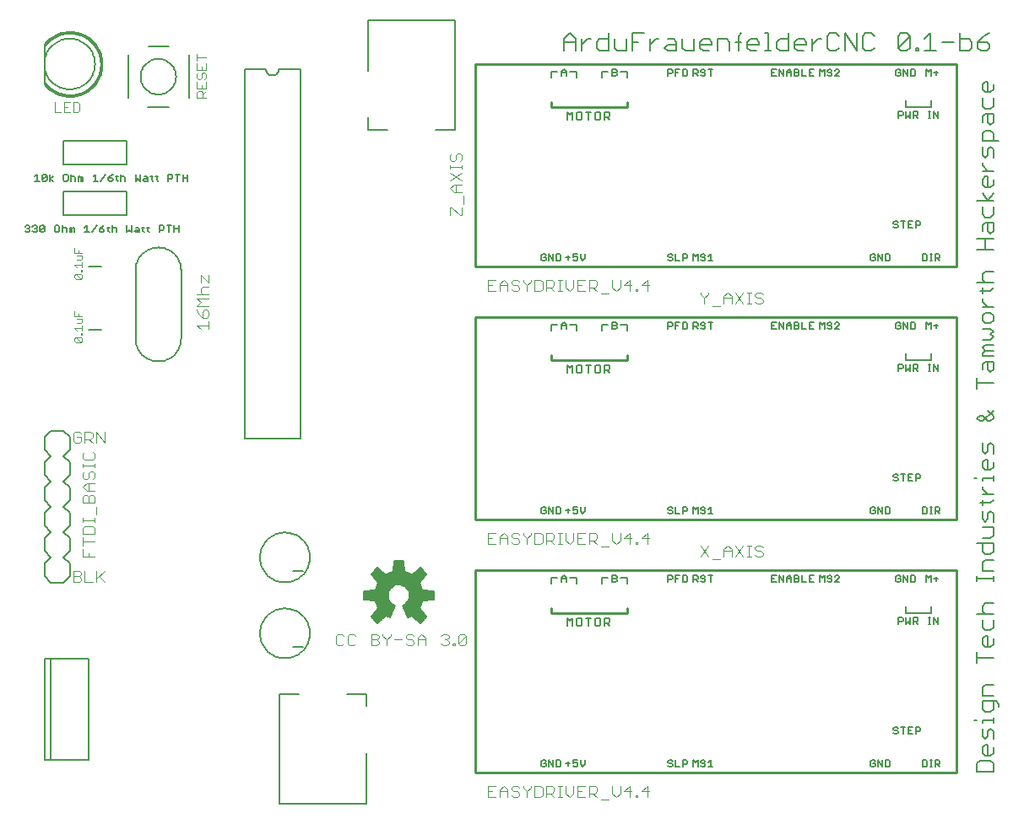
<source format=gto>
G75*
G70*
%OFA0B0*%
%FSLAX24Y24*%
%IPPOS*%
%LPD*%
%AMOC8*
5,1,8,0,0,1.08239X$1,22.5*
%
%ADD10C,0.0040*%
%ADD11C,0.0030*%
%ADD12C,0.0060*%
%ADD13C,0.0080*%
%ADD14C,0.0010*%
%ADD15C,0.0050*%
%ADD16C,0.0100*%
%ADD17C,0.0070*%
%ADD18C,0.0059*%
D10*
X002240Y010522D02*
X002470Y010522D01*
X002547Y010598D01*
X002547Y010675D01*
X002470Y010752D01*
X002240Y010752D01*
X002470Y010752D02*
X002547Y010829D01*
X002547Y010905D01*
X002470Y010982D01*
X002240Y010982D01*
X002240Y010522D01*
X002700Y010522D02*
X002700Y010982D01*
X002700Y010522D02*
X003007Y010522D01*
X003160Y010522D02*
X003160Y010982D01*
X003237Y010752D02*
X003467Y010522D01*
X003160Y010675D02*
X003467Y010982D01*
X003081Y011522D02*
X002620Y011522D01*
X002620Y011829D01*
X002620Y011982D02*
X002620Y012289D01*
X002620Y012442D02*
X002620Y012673D01*
X002697Y012749D01*
X003004Y012749D01*
X003081Y012673D01*
X003081Y012442D01*
X002620Y012442D01*
X002620Y012136D02*
X003081Y012136D01*
X002851Y011675D02*
X002851Y011522D01*
X003081Y012903D02*
X003081Y013056D01*
X003081Y012979D02*
X002620Y012979D01*
X002620Y012903D02*
X002620Y013056D01*
X003157Y013210D02*
X003157Y013517D01*
X003081Y013670D02*
X003081Y013900D01*
X003004Y013977D01*
X002927Y013977D01*
X002851Y013900D01*
X002851Y013670D01*
X003081Y013670D02*
X002620Y013670D01*
X002620Y013900D01*
X002697Y013977D01*
X002774Y013977D01*
X002851Y013900D01*
X002851Y014130D02*
X002851Y014437D01*
X002774Y014437D02*
X003081Y014437D01*
X003004Y014591D02*
X003081Y014667D01*
X003081Y014821D01*
X003004Y014898D01*
X002927Y014898D01*
X002851Y014821D01*
X002851Y014667D01*
X002774Y014591D01*
X002697Y014591D01*
X002620Y014667D01*
X002620Y014821D01*
X002697Y014898D01*
X002620Y015051D02*
X002620Y015205D01*
X002620Y015128D02*
X003081Y015128D01*
X003081Y015051D02*
X003081Y015205D01*
X003004Y015358D02*
X003081Y015435D01*
X003081Y015588D01*
X003004Y015665D01*
X002697Y015665D02*
X002620Y015588D01*
X002620Y015435D01*
X002697Y015358D01*
X003004Y015358D01*
X003007Y016022D02*
X002853Y016175D01*
X002930Y016175D02*
X002700Y016175D01*
X002700Y016022D02*
X002700Y016482D01*
X002930Y016482D01*
X003007Y016405D01*
X003007Y016252D01*
X002930Y016175D01*
X003160Y016022D02*
X003160Y016482D01*
X003467Y016022D01*
X003467Y016482D01*
X002547Y016405D02*
X002470Y016482D01*
X002316Y016482D01*
X002240Y016405D01*
X002240Y016098D01*
X002316Y016022D01*
X002470Y016022D01*
X002547Y016098D01*
X002547Y016252D01*
X002393Y016252D01*
X002774Y014437D02*
X002620Y014284D01*
X002774Y014130D01*
X003081Y014130D01*
X007274Y020522D02*
X007120Y020675D01*
X007581Y020675D01*
X007581Y020522D02*
X007581Y020829D01*
X007504Y020982D02*
X007581Y021059D01*
X007581Y021212D01*
X007504Y021289D01*
X007427Y021289D01*
X007351Y021212D01*
X007351Y020982D01*
X007504Y020982D01*
X007351Y020982D02*
X007197Y021136D01*
X007120Y021289D01*
X007120Y021442D02*
X007274Y021596D01*
X007120Y021749D01*
X007581Y021749D01*
X007581Y021903D02*
X007120Y021903D01*
X007274Y021979D02*
X007274Y022133D01*
X007351Y022210D01*
X007581Y022210D01*
X007581Y022363D02*
X007581Y022670D01*
X007274Y022670D02*
X007581Y022363D01*
X007274Y022363D02*
X007274Y022670D01*
X007274Y021979D02*
X007351Y021903D01*
X007581Y021442D02*
X007120Y021442D01*
X017120Y025022D02*
X017120Y025329D01*
X017197Y025329D01*
X017504Y025022D01*
X017581Y025022D01*
X017581Y025329D01*
X017657Y025482D02*
X017657Y025789D01*
X017581Y025942D02*
X017274Y025942D01*
X017120Y026096D01*
X017274Y026249D01*
X017581Y026249D01*
X017581Y026403D02*
X017120Y026710D01*
X017120Y026863D02*
X017120Y027017D01*
X017120Y026940D02*
X017581Y026940D01*
X017581Y026863D02*
X017581Y027017D01*
X017504Y027170D02*
X017581Y027247D01*
X017581Y027400D01*
X017504Y027477D01*
X017427Y027477D01*
X017351Y027400D01*
X017351Y027247D01*
X017274Y027170D01*
X017197Y027170D01*
X017120Y027247D01*
X017120Y027400D01*
X017197Y027477D01*
X017581Y026710D02*
X017120Y026403D01*
X017351Y026249D02*
X017351Y025942D01*
X018621Y022482D02*
X018621Y022022D01*
X018928Y022022D01*
X019081Y022022D02*
X019081Y022329D01*
X019235Y022482D01*
X019388Y022329D01*
X019388Y022022D01*
X019541Y022098D02*
X019618Y022022D01*
X019772Y022022D01*
X019848Y022098D01*
X019848Y022175D01*
X019772Y022252D01*
X019618Y022252D01*
X019541Y022329D01*
X019541Y022405D01*
X019618Y022482D01*
X019772Y022482D01*
X019848Y022405D01*
X020002Y022405D02*
X020155Y022252D01*
X020155Y022022D01*
X020155Y022252D02*
X020309Y022405D01*
X020309Y022482D01*
X020462Y022482D02*
X020692Y022482D01*
X020769Y022405D01*
X020769Y022098D01*
X020692Y022022D01*
X020462Y022022D01*
X020462Y022482D01*
X020002Y022482D02*
X020002Y022405D01*
X019388Y022252D02*
X019081Y022252D01*
X018928Y022482D02*
X018621Y022482D01*
X018621Y022252D02*
X018774Y022252D01*
X020923Y022175D02*
X021153Y022175D01*
X021229Y022252D01*
X021229Y022405D01*
X021153Y022482D01*
X020923Y022482D01*
X020923Y022022D01*
X021076Y022175D02*
X021229Y022022D01*
X021383Y022022D02*
X021536Y022022D01*
X021460Y022022D02*
X021460Y022482D01*
X021536Y022482D02*
X021383Y022482D01*
X021690Y022482D02*
X021690Y022175D01*
X021843Y022022D01*
X021997Y022175D01*
X021997Y022482D01*
X022150Y022482D02*
X022150Y022022D01*
X022457Y022022D01*
X022611Y022022D02*
X022611Y022482D01*
X022841Y022482D01*
X022917Y022405D01*
X022917Y022252D01*
X022841Y022175D01*
X022611Y022175D01*
X022764Y022175D02*
X022917Y022022D01*
X023071Y021945D02*
X023378Y021945D01*
X023531Y022175D02*
X023685Y022022D01*
X023838Y022175D01*
X023838Y022482D01*
X023992Y022252D02*
X024298Y022252D01*
X024452Y022098D02*
X024529Y022098D01*
X024529Y022022D01*
X024452Y022022D01*
X024452Y022098D01*
X024222Y022022D02*
X024222Y022482D01*
X023992Y022252D01*
X023531Y022175D02*
X023531Y022482D01*
X022457Y022482D02*
X022150Y022482D01*
X022150Y022252D02*
X022304Y022252D01*
X024682Y022252D02*
X024989Y022252D01*
X024912Y022022D02*
X024912Y022482D01*
X024682Y022252D01*
X027012Y021982D02*
X027012Y021905D01*
X027165Y021752D01*
X027165Y021522D01*
X027165Y021752D02*
X027319Y021905D01*
X027319Y021982D01*
X027472Y021445D02*
X027779Y021445D01*
X027933Y021522D02*
X027933Y021829D01*
X028086Y021982D01*
X028240Y021829D01*
X028240Y021522D01*
X028393Y021522D02*
X028700Y021982D01*
X028853Y021982D02*
X029007Y021982D01*
X028930Y021982D02*
X028930Y021522D01*
X028853Y021522D02*
X029007Y021522D01*
X029160Y021598D02*
X029237Y021522D01*
X029390Y021522D01*
X029467Y021598D01*
X029467Y021675D01*
X029390Y021752D01*
X029237Y021752D01*
X029160Y021829D01*
X029160Y021905D01*
X029237Y021982D01*
X029390Y021982D01*
X029467Y021905D01*
X028700Y021522D02*
X028393Y021982D01*
X028240Y021752D02*
X027933Y021752D01*
X024912Y012482D02*
X024682Y012252D01*
X024989Y012252D01*
X024912Y012022D02*
X024912Y012482D01*
X024529Y012098D02*
X024529Y012022D01*
X024452Y012022D01*
X024452Y012098D01*
X024529Y012098D01*
X024298Y012252D02*
X023992Y012252D01*
X024222Y012482D01*
X024222Y012022D01*
X023838Y012175D02*
X023838Y012482D01*
X023531Y012482D02*
X023531Y012175D01*
X023685Y012022D01*
X023838Y012175D01*
X023378Y011945D02*
X023071Y011945D01*
X022917Y012022D02*
X022764Y012175D01*
X022841Y012175D02*
X022611Y012175D01*
X022611Y012022D02*
X022611Y012482D01*
X022841Y012482D01*
X022917Y012405D01*
X022917Y012252D01*
X022841Y012175D01*
X022457Y012022D02*
X022150Y012022D01*
X022150Y012482D01*
X022457Y012482D01*
X022304Y012252D02*
X022150Y012252D01*
X021997Y012175D02*
X021997Y012482D01*
X021997Y012175D02*
X021843Y012022D01*
X021690Y012175D01*
X021690Y012482D01*
X021536Y012482D02*
X021383Y012482D01*
X021460Y012482D02*
X021460Y012022D01*
X021536Y012022D02*
X021383Y012022D01*
X021229Y012022D02*
X021076Y012175D01*
X021153Y012175D02*
X020923Y012175D01*
X020923Y012022D02*
X020923Y012482D01*
X021153Y012482D01*
X021229Y012405D01*
X021229Y012252D01*
X021153Y012175D01*
X020769Y012098D02*
X020692Y012022D01*
X020462Y012022D01*
X020462Y012482D01*
X020692Y012482D01*
X020769Y012405D01*
X020769Y012098D01*
X020309Y012405D02*
X020309Y012482D01*
X020309Y012405D02*
X020155Y012252D01*
X020155Y012022D01*
X020155Y012252D02*
X020002Y012405D01*
X020002Y012482D01*
X019848Y012405D02*
X019772Y012482D01*
X019618Y012482D01*
X019541Y012405D01*
X019541Y012329D01*
X019618Y012252D01*
X019772Y012252D01*
X019848Y012175D01*
X019848Y012098D01*
X019772Y012022D01*
X019618Y012022D01*
X019541Y012098D01*
X019388Y012022D02*
X019388Y012329D01*
X019235Y012482D01*
X019081Y012329D01*
X019081Y012022D01*
X018928Y012022D02*
X018621Y012022D01*
X018621Y012482D01*
X018928Y012482D01*
X019081Y012252D02*
X019388Y012252D01*
X018774Y012252D02*
X018621Y012252D01*
X017685Y008482D02*
X017761Y008405D01*
X017454Y008098D01*
X017531Y008022D01*
X017685Y008022D01*
X017761Y008098D01*
X017761Y008405D01*
X017685Y008482D02*
X017531Y008482D01*
X017454Y008405D01*
X017454Y008098D01*
X017301Y008098D02*
X017301Y008022D01*
X017224Y008022D01*
X017224Y008098D01*
X017301Y008098D01*
X017071Y008098D02*
X016994Y008022D01*
X016841Y008022D01*
X016764Y008098D01*
X016917Y008252D02*
X016994Y008252D01*
X017071Y008175D01*
X017071Y008098D01*
X016994Y008252D02*
X017071Y008329D01*
X017071Y008405D01*
X016994Y008482D01*
X016841Y008482D01*
X016764Y008405D01*
X016150Y008329D02*
X016150Y008022D01*
X016150Y008252D02*
X015843Y008252D01*
X015843Y008329D02*
X015843Y008022D01*
X015690Y008098D02*
X015613Y008022D01*
X015460Y008022D01*
X015383Y008098D01*
X015460Y008252D02*
X015383Y008329D01*
X015383Y008405D01*
X015460Y008482D01*
X015613Y008482D01*
X015690Y008405D01*
X015843Y008329D02*
X015997Y008482D01*
X016150Y008329D01*
X015690Y008175D02*
X015690Y008098D01*
X015690Y008175D02*
X015613Y008252D01*
X015460Y008252D01*
X015229Y008252D02*
X014923Y008252D01*
X014769Y008405D02*
X014769Y008482D01*
X014769Y008405D02*
X014616Y008252D01*
X014616Y008022D01*
X014616Y008252D02*
X014462Y008405D01*
X014462Y008482D01*
X014309Y008405D02*
X014309Y008329D01*
X014232Y008252D01*
X014002Y008252D01*
X014232Y008252D02*
X014309Y008175D01*
X014309Y008098D01*
X014232Y008022D01*
X014002Y008022D01*
X014002Y008482D01*
X014232Y008482D01*
X014309Y008405D01*
X013388Y008405D02*
X013311Y008482D01*
X013158Y008482D01*
X013081Y008405D01*
X013081Y008098D01*
X013158Y008022D01*
X013311Y008022D01*
X013388Y008098D01*
X012928Y008098D02*
X012851Y008022D01*
X012697Y008022D01*
X012621Y008098D01*
X012621Y008405D01*
X012697Y008482D01*
X012851Y008482D01*
X012928Y008405D01*
X018621Y002482D02*
X018621Y002022D01*
X018928Y002022D01*
X019081Y002022D02*
X019081Y002329D01*
X019235Y002482D01*
X019388Y002329D01*
X019388Y002022D01*
X019541Y002098D02*
X019618Y002022D01*
X019772Y002022D01*
X019848Y002098D01*
X019848Y002175D01*
X019772Y002252D01*
X019618Y002252D01*
X019541Y002329D01*
X019541Y002405D01*
X019618Y002482D01*
X019772Y002482D01*
X019848Y002405D01*
X020002Y002405D02*
X020155Y002252D01*
X020155Y002022D01*
X020155Y002252D02*
X020309Y002405D01*
X020309Y002482D01*
X020462Y002482D02*
X020692Y002482D01*
X020769Y002405D01*
X020769Y002098D01*
X020692Y002022D01*
X020462Y002022D01*
X020462Y002482D01*
X020002Y002482D02*
X020002Y002405D01*
X019388Y002252D02*
X019081Y002252D01*
X018928Y002482D02*
X018621Y002482D01*
X018621Y002252D02*
X018774Y002252D01*
X020923Y002175D02*
X021153Y002175D01*
X021229Y002252D01*
X021229Y002405D01*
X021153Y002482D01*
X020923Y002482D01*
X020923Y002022D01*
X021076Y002175D02*
X021229Y002022D01*
X021383Y002022D02*
X021536Y002022D01*
X021460Y002022D02*
X021460Y002482D01*
X021536Y002482D02*
X021383Y002482D01*
X021690Y002482D02*
X021690Y002175D01*
X021843Y002022D01*
X021997Y002175D01*
X021997Y002482D01*
X022150Y002482D02*
X022150Y002022D01*
X022457Y002022D01*
X022611Y002022D02*
X022611Y002482D01*
X022841Y002482D01*
X022917Y002405D01*
X022917Y002252D01*
X022841Y002175D01*
X022611Y002175D01*
X022764Y002175D02*
X022917Y002022D01*
X023071Y001945D02*
X023378Y001945D01*
X023531Y002175D02*
X023685Y002022D01*
X023838Y002175D01*
X023838Y002482D01*
X023992Y002252D02*
X024298Y002252D01*
X024452Y002098D02*
X024529Y002098D01*
X024529Y002022D01*
X024452Y002022D01*
X024452Y002098D01*
X024222Y002022D02*
X024222Y002482D01*
X023992Y002252D01*
X023531Y002175D02*
X023531Y002482D01*
X022457Y002482D02*
X022150Y002482D01*
X022150Y002252D02*
X022304Y002252D01*
X024682Y002252D02*
X024989Y002252D01*
X024912Y002022D02*
X024912Y002482D01*
X024682Y002252D01*
X027012Y011522D02*
X027319Y011982D01*
X027012Y011982D02*
X027319Y011522D01*
X027472Y011445D02*
X027779Y011445D01*
X027933Y011522D02*
X027933Y011829D01*
X028086Y011982D01*
X028240Y011829D01*
X028240Y011522D01*
X028393Y011522D02*
X028700Y011982D01*
X028853Y011982D02*
X029007Y011982D01*
X028930Y011982D02*
X028930Y011522D01*
X028853Y011522D02*
X029007Y011522D01*
X029160Y011598D02*
X029237Y011522D01*
X029390Y011522D01*
X029467Y011598D01*
X029467Y011675D01*
X029390Y011752D01*
X029237Y011752D01*
X029160Y011829D01*
X029160Y011905D01*
X029237Y011982D01*
X029390Y011982D01*
X029467Y011905D01*
X028700Y011522D02*
X028393Y011982D01*
X028240Y011752D02*
X027933Y011752D01*
D11*
X007486Y029675D02*
X007115Y029675D01*
X007115Y029860D01*
X007177Y029922D01*
X007301Y029922D01*
X007362Y029860D01*
X007362Y029675D01*
X007362Y029799D02*
X007486Y029922D01*
X007486Y030044D02*
X007115Y030044D01*
X007115Y030290D01*
X007177Y030412D02*
X007115Y030474D01*
X007115Y030597D01*
X007177Y030659D01*
X007115Y030780D02*
X007486Y030780D01*
X007486Y031027D01*
X007301Y030904D02*
X007301Y030780D01*
X007362Y030659D02*
X007424Y030659D01*
X007486Y030597D01*
X007486Y030474D01*
X007424Y030412D01*
X007486Y030290D02*
X007486Y030044D01*
X007301Y030044D02*
X007301Y030167D01*
X007239Y030412D02*
X007301Y030474D01*
X007301Y030597D01*
X007362Y030659D01*
X007115Y030780D02*
X007115Y031027D01*
X007115Y031148D02*
X007115Y031395D01*
X007115Y031272D02*
X007486Y031272D01*
X007239Y030412D02*
X007177Y030412D01*
X002494Y029425D02*
X002494Y029178D01*
X002433Y029117D01*
X002247Y029117D01*
X002247Y029487D01*
X002433Y029487D01*
X002494Y029425D01*
X002126Y029487D02*
X001879Y029487D01*
X001879Y029117D01*
X002126Y029117D01*
X002003Y029302D02*
X001879Y029302D01*
X001758Y029117D02*
X001511Y029117D01*
X001511Y029487D01*
X002296Y023741D02*
X002296Y023548D01*
X002586Y023548D01*
X002586Y023447D02*
X002392Y023447D01*
X002441Y023548D02*
X002441Y023645D01*
X002586Y023447D02*
X002586Y023302D01*
X002537Y023253D01*
X002392Y023253D01*
X002586Y023152D02*
X002586Y022959D01*
X002586Y023055D02*
X002296Y023055D01*
X002392Y022959D01*
X002537Y022860D02*
X002586Y022860D01*
X002586Y022811D01*
X002537Y022811D01*
X002537Y022860D01*
X002537Y022710D02*
X002344Y022710D01*
X002537Y022517D01*
X002586Y022565D01*
X002586Y022662D01*
X002537Y022710D01*
X002344Y022710D02*
X002296Y022662D01*
X002296Y022565D01*
X002344Y022517D01*
X002537Y022517D01*
X002296Y021241D02*
X002296Y021048D01*
X002586Y021048D01*
X002586Y020947D02*
X002392Y020947D01*
X002441Y021048D02*
X002441Y021145D01*
X002586Y020947D02*
X002586Y020802D01*
X002537Y020753D01*
X002392Y020753D01*
X002586Y020652D02*
X002586Y020459D01*
X002586Y020555D02*
X002296Y020555D01*
X002392Y020459D01*
X002537Y020360D02*
X002586Y020360D01*
X002586Y020311D01*
X002537Y020311D01*
X002537Y020360D01*
X002537Y020210D02*
X002344Y020210D01*
X002537Y020017D01*
X002586Y020065D01*
X002586Y020162D01*
X002537Y020210D01*
X002344Y020210D02*
X002296Y020162D01*
X002296Y020065D01*
X002344Y020017D01*
X002537Y020017D01*
D12*
X009001Y016202D02*
X011201Y016202D01*
X011201Y030802D01*
X010351Y030802D01*
X010349Y030772D01*
X010344Y030742D01*
X010335Y030713D01*
X010322Y030686D01*
X010307Y030660D01*
X010288Y030636D01*
X010267Y030615D01*
X010243Y030596D01*
X010217Y030581D01*
X010190Y030568D01*
X010161Y030559D01*
X010131Y030554D01*
X010101Y030552D01*
X010071Y030554D01*
X010041Y030559D01*
X010012Y030568D01*
X009985Y030581D01*
X009959Y030596D01*
X009935Y030615D01*
X009914Y030636D01*
X009895Y030660D01*
X009880Y030686D01*
X009867Y030713D01*
X009858Y030742D01*
X009853Y030772D01*
X009851Y030802D01*
X009001Y030802D01*
X009001Y016202D01*
X020731Y013449D02*
X020731Y013275D01*
X020774Y013232D01*
X020861Y013232D01*
X020904Y013275D01*
X020904Y013362D01*
X020818Y013362D01*
X020904Y013449D02*
X020861Y013492D01*
X020774Y013492D01*
X020731Y013449D01*
X021025Y013492D02*
X021199Y013232D01*
X021199Y013492D01*
X021320Y013492D02*
X021450Y013492D01*
X021494Y013449D01*
X021494Y013275D01*
X021450Y013232D01*
X021320Y013232D01*
X021320Y013492D01*
X021025Y013492D02*
X021025Y013232D01*
X021681Y013362D02*
X021854Y013362D01*
X021975Y013362D02*
X022062Y013405D01*
X022106Y013405D01*
X022149Y013362D01*
X022149Y013275D01*
X022106Y013232D01*
X022019Y013232D01*
X021975Y013275D01*
X021975Y013362D02*
X021975Y013492D01*
X022149Y013492D01*
X022270Y013492D02*
X022270Y013318D01*
X022357Y013232D01*
X022444Y013318D01*
X022444Y013492D01*
X021768Y013449D02*
X021768Y013275D01*
X021618Y010792D02*
X021704Y010705D01*
X021704Y010532D01*
X021704Y010662D02*
X021531Y010662D01*
X021531Y010705D02*
X021531Y010532D01*
X021531Y010705D02*
X021618Y010792D01*
X023531Y010792D02*
X023531Y010532D01*
X023661Y010532D01*
X023704Y010575D01*
X023704Y010618D01*
X023661Y010662D01*
X023531Y010662D01*
X023661Y010662D02*
X023704Y010705D01*
X023704Y010749D01*
X023661Y010792D01*
X023531Y010792D01*
X025731Y010792D02*
X025731Y010532D01*
X025731Y010618D02*
X025861Y010618D01*
X025904Y010662D01*
X025904Y010749D01*
X025861Y010792D01*
X025731Y010792D01*
X026025Y010792D02*
X026199Y010792D01*
X026320Y010792D02*
X026450Y010792D01*
X026494Y010749D01*
X026494Y010575D01*
X026450Y010532D01*
X026320Y010532D01*
X026320Y010792D01*
X026112Y010662D02*
X026025Y010662D01*
X026025Y010532D02*
X026025Y010792D01*
X026731Y010792D02*
X026731Y010532D01*
X026731Y010618D02*
X026861Y010618D01*
X026904Y010662D01*
X026904Y010749D01*
X026861Y010792D01*
X026731Y010792D01*
X026818Y010618D02*
X026904Y010532D01*
X027025Y010575D02*
X027069Y010532D01*
X027156Y010532D01*
X027199Y010575D01*
X027199Y010618D01*
X027156Y010662D01*
X027069Y010662D01*
X027025Y010705D01*
X027025Y010749D01*
X027069Y010792D01*
X027156Y010792D01*
X027199Y010749D01*
X027320Y010792D02*
X027494Y010792D01*
X027407Y010792D02*
X027407Y010532D01*
X029831Y010532D02*
X030004Y010532D01*
X030125Y010532D02*
X030125Y010792D01*
X030299Y010532D01*
X030299Y010792D01*
X030420Y010705D02*
X030507Y010792D01*
X030594Y010705D01*
X030594Y010532D01*
X030715Y010532D02*
X030845Y010532D01*
X030888Y010575D01*
X030888Y010618D01*
X030845Y010662D01*
X030715Y010662D01*
X030594Y010662D02*
X030420Y010662D01*
X030420Y010705D02*
X030420Y010532D01*
X030715Y010532D02*
X030715Y010792D01*
X030845Y010792D01*
X030888Y010749D01*
X030888Y010705D01*
X030845Y010662D01*
X031009Y010792D02*
X031009Y010532D01*
X031183Y010532D01*
X031304Y010532D02*
X031304Y010792D01*
X031477Y010792D01*
X031391Y010662D02*
X031304Y010662D01*
X031304Y010532D02*
X031477Y010532D01*
X031731Y010532D02*
X031731Y010792D01*
X031818Y010705D01*
X031904Y010792D01*
X031904Y010532D01*
X032025Y010575D02*
X032069Y010532D01*
X032156Y010532D01*
X032199Y010575D01*
X032199Y010618D01*
X032156Y010662D01*
X032069Y010662D01*
X032025Y010705D01*
X032025Y010749D01*
X032069Y010792D01*
X032156Y010792D01*
X032199Y010749D01*
X032320Y010749D02*
X032363Y010792D01*
X032450Y010792D01*
X032494Y010749D01*
X032494Y010705D01*
X032320Y010532D01*
X032494Y010532D01*
X034731Y010575D02*
X034774Y010532D01*
X034861Y010532D01*
X034904Y010575D01*
X034904Y010662D01*
X034818Y010662D01*
X034904Y010749D02*
X034861Y010792D01*
X034774Y010792D01*
X034731Y010749D01*
X034731Y010575D01*
X035025Y010532D02*
X035025Y010792D01*
X035199Y010532D01*
X035199Y010792D01*
X035320Y010792D02*
X035320Y010532D01*
X035450Y010532D01*
X035494Y010575D01*
X035494Y010749D01*
X035450Y010792D01*
X035320Y010792D01*
X035931Y010792D02*
X035931Y010532D01*
X036104Y010532D02*
X036104Y010792D01*
X036018Y010705D01*
X035931Y010792D01*
X036225Y010662D02*
X036399Y010662D01*
X036312Y010749D02*
X036312Y010575D01*
X036379Y009142D02*
X036379Y008882D01*
X036206Y009142D01*
X036206Y008882D01*
X036096Y008882D02*
X036009Y008882D01*
X036053Y008882D02*
X036053Y009142D01*
X036096Y009142D02*
X036009Y009142D01*
X035594Y009099D02*
X035594Y009012D01*
X035550Y008968D01*
X035420Y008968D01*
X035420Y008882D02*
X035420Y009142D01*
X035550Y009142D01*
X035594Y009099D01*
X035507Y008968D02*
X035594Y008882D01*
X035299Y008882D02*
X035299Y009142D01*
X035125Y009142D02*
X035125Y008882D01*
X035212Y008968D01*
X035299Y008882D01*
X035004Y009012D02*
X034961Y008968D01*
X034831Y008968D01*
X034831Y008882D02*
X034831Y009142D01*
X034961Y009142D01*
X035004Y009099D01*
X035004Y009012D01*
X037930Y009262D02*
X038571Y009262D01*
X038571Y009045D02*
X038571Y008724D01*
X038464Y008618D01*
X038251Y008618D01*
X038144Y008724D01*
X038144Y009045D01*
X038251Y009262D02*
X038144Y009369D01*
X038144Y009582D01*
X038251Y009689D01*
X038571Y009689D01*
X038571Y010551D02*
X038571Y010765D01*
X038571Y010658D02*
X037930Y010658D01*
X037930Y010551D02*
X037930Y010765D01*
X038144Y010981D02*
X038144Y011301D01*
X038251Y011408D01*
X038571Y011408D01*
X038464Y011625D02*
X038251Y011625D01*
X038144Y011732D01*
X038144Y012052D01*
X037930Y012052D02*
X038571Y012052D01*
X038571Y011732D01*
X038464Y011625D01*
X038464Y012270D02*
X038144Y012270D01*
X038464Y012270D02*
X038571Y012377D01*
X038571Y012697D01*
X038144Y012697D01*
X038251Y012914D02*
X038144Y013021D01*
X038144Y013341D01*
X038144Y013559D02*
X038144Y013773D01*
X038037Y013666D02*
X038464Y013666D01*
X038571Y013773D01*
X038571Y013989D02*
X038144Y013989D01*
X038357Y013989D02*
X038144Y014202D01*
X038144Y014309D01*
X038144Y014526D02*
X038144Y014633D01*
X038571Y014633D01*
X038571Y014739D02*
X038571Y014526D01*
X038464Y014955D02*
X038251Y014955D01*
X038144Y015062D01*
X038144Y015276D01*
X038251Y015382D01*
X038357Y015382D01*
X038357Y014955D01*
X038464Y014955D02*
X038571Y015062D01*
X038571Y015276D01*
X038571Y015600D02*
X038571Y015920D01*
X038464Y016027D01*
X038357Y015920D01*
X038357Y015707D01*
X038251Y015600D01*
X038144Y015707D01*
X038144Y016027D01*
X038144Y016889D02*
X038571Y017316D01*
X038571Y017103D02*
X038571Y016996D01*
X038464Y016889D01*
X038357Y016889D01*
X038144Y017103D01*
X038037Y017103D01*
X037930Y016996D01*
X038037Y016889D01*
X038144Y016889D01*
X038357Y017316D02*
X038571Y017103D01*
X037930Y018178D02*
X037930Y018605D01*
X037930Y018392D02*
X038571Y018392D01*
X038464Y018823D02*
X038357Y018929D01*
X038357Y019250D01*
X038251Y019250D02*
X038571Y019250D01*
X038571Y018929D01*
X038464Y018823D01*
X038144Y018929D02*
X038144Y019143D01*
X038251Y019250D01*
X038144Y019467D02*
X038144Y019574D01*
X038251Y019681D01*
X038144Y019787D01*
X038251Y019894D01*
X038571Y019894D01*
X038571Y019681D02*
X038251Y019681D01*
X038144Y019467D02*
X038571Y019467D01*
X038464Y020112D02*
X038144Y020112D01*
X038464Y020112D02*
X038571Y020218D01*
X038464Y020325D01*
X038571Y020432D01*
X038464Y020539D01*
X038144Y020539D01*
X038251Y020756D02*
X038464Y020756D01*
X038571Y020863D01*
X038571Y021076D01*
X038464Y021183D01*
X038251Y021183D01*
X038144Y021076D01*
X038144Y020863D01*
X038251Y020756D01*
X038357Y021401D02*
X038144Y021614D01*
X038144Y021721D01*
X038144Y021938D02*
X038144Y022151D01*
X038037Y022045D02*
X038464Y022045D01*
X038571Y022151D01*
X038571Y022368D02*
X037930Y022368D01*
X038144Y022474D02*
X038144Y022688D01*
X038251Y022795D01*
X038571Y022795D01*
X038251Y022368D02*
X038144Y022474D01*
X038144Y021401D02*
X038571Y021401D01*
X036445Y023232D02*
X036359Y023318D01*
X036402Y023318D02*
X036272Y023318D01*
X036272Y023232D02*
X036272Y023492D01*
X036402Y023492D01*
X036445Y023449D01*
X036445Y023362D01*
X036402Y023318D01*
X036162Y023232D02*
X036075Y023232D01*
X036119Y023232D02*
X036119Y023492D01*
X036162Y023492D02*
X036075Y023492D01*
X035954Y023449D02*
X035911Y023492D01*
X035781Y023492D01*
X035781Y023232D01*
X035911Y023232D01*
X035954Y023275D01*
X035954Y023449D01*
X034494Y023449D02*
X034450Y023492D01*
X034320Y023492D01*
X034320Y023232D01*
X034450Y023232D01*
X034494Y023275D01*
X034494Y023449D01*
X034199Y023492D02*
X034199Y023232D01*
X034025Y023492D01*
X034025Y023232D01*
X033904Y023275D02*
X033904Y023362D01*
X033818Y023362D01*
X033904Y023449D02*
X033861Y023492D01*
X033774Y023492D01*
X033731Y023449D01*
X033731Y023275D01*
X033774Y023232D01*
X033861Y023232D01*
X033904Y023275D01*
X034674Y024532D02*
X034631Y024575D01*
X034674Y024532D02*
X034761Y024532D01*
X034804Y024575D01*
X034804Y024618D01*
X034761Y024662D01*
X034674Y024662D01*
X034631Y024705D01*
X034631Y024749D01*
X034674Y024792D01*
X034761Y024792D01*
X034804Y024749D01*
X034925Y024792D02*
X035099Y024792D01*
X035012Y024792D02*
X035012Y024532D01*
X035220Y024532D02*
X035394Y024532D01*
X035515Y024532D02*
X035515Y024792D01*
X035645Y024792D01*
X035688Y024749D01*
X035688Y024662D01*
X035645Y024618D01*
X035515Y024618D01*
X035394Y024792D02*
X035220Y024792D01*
X035220Y024532D01*
X035220Y024662D02*
X035307Y024662D01*
X037930Y024084D02*
X038571Y024084D01*
X038464Y024301D02*
X038357Y024408D01*
X038357Y024728D01*
X038251Y024728D02*
X038571Y024728D01*
X038571Y024408D01*
X038464Y024301D01*
X038251Y024084D02*
X038251Y023657D01*
X038571Y023657D02*
X037930Y023657D01*
X038144Y024408D02*
X038144Y024621D01*
X038251Y024728D01*
X038251Y024946D02*
X038464Y024946D01*
X038571Y025052D01*
X038571Y025373D01*
X038571Y025590D02*
X037930Y025590D01*
X038144Y025373D02*
X038144Y025052D01*
X038251Y024946D01*
X038357Y025590D02*
X038144Y025910D01*
X038251Y026127D02*
X038144Y026234D01*
X038144Y026447D01*
X038251Y026554D01*
X038357Y026554D01*
X038357Y026127D01*
X038251Y026127D02*
X038464Y026127D01*
X038571Y026234D01*
X038571Y026447D01*
X038571Y026772D02*
X038144Y026772D01*
X038357Y026772D02*
X038144Y026985D01*
X038144Y027092D01*
X038251Y027309D02*
X038144Y027416D01*
X038144Y027736D01*
X038144Y027953D02*
X038144Y028274D01*
X038251Y028380D01*
X038464Y028380D01*
X038571Y028274D01*
X038571Y027953D01*
X038784Y027953D02*
X038144Y027953D01*
X038464Y027736D02*
X038357Y027629D01*
X038357Y027416D01*
X038251Y027309D01*
X038571Y027309D02*
X038571Y027629D01*
X038464Y027736D01*
X038464Y028598D02*
X038357Y028705D01*
X038357Y029025D01*
X038251Y029025D02*
X038571Y029025D01*
X038571Y028705D01*
X038464Y028598D01*
X038144Y028705D02*
X038144Y028918D01*
X038251Y029025D01*
X038251Y029242D02*
X038464Y029242D01*
X038571Y029349D01*
X038571Y029669D01*
X038464Y029887D02*
X038251Y029887D01*
X038144Y029994D01*
X038144Y030207D01*
X038251Y030314D01*
X038357Y030314D01*
X038357Y029887D01*
X038464Y029887D02*
X038571Y029994D01*
X038571Y030207D01*
X038144Y029669D02*
X038144Y029349D01*
X038251Y029242D01*
X036379Y029142D02*
X036379Y028882D01*
X036206Y029142D01*
X036206Y028882D01*
X036096Y028882D02*
X036009Y028882D01*
X036053Y028882D02*
X036053Y029142D01*
X036096Y029142D02*
X036009Y029142D01*
X035594Y029099D02*
X035594Y029012D01*
X035550Y028968D01*
X035420Y028968D01*
X035420Y028882D02*
X035420Y029142D01*
X035550Y029142D01*
X035594Y029099D01*
X035507Y028968D02*
X035594Y028882D01*
X035299Y028882D02*
X035299Y029142D01*
X035125Y029142D02*
X035125Y028882D01*
X035212Y028968D01*
X035299Y028882D01*
X035004Y029012D02*
X034961Y028968D01*
X034831Y028968D01*
X034831Y028882D02*
X034831Y029142D01*
X034961Y029142D01*
X035004Y029099D01*
X035004Y029012D01*
X035025Y030532D02*
X035025Y030792D01*
X035199Y030532D01*
X035199Y030792D01*
X035320Y030792D02*
X035320Y030532D01*
X035450Y030532D01*
X035494Y030575D01*
X035494Y030749D01*
X035450Y030792D01*
X035320Y030792D01*
X034904Y030749D02*
X034861Y030792D01*
X034774Y030792D01*
X034731Y030749D01*
X034731Y030575D01*
X034774Y030532D01*
X034861Y030532D01*
X034904Y030575D01*
X034904Y030662D01*
X034818Y030662D01*
X034926Y031532D02*
X034810Y031648D01*
X035277Y032116D01*
X035277Y031648D01*
X035160Y031532D01*
X034926Y031532D01*
X034810Y031648D02*
X034810Y032116D01*
X034926Y032232D01*
X035160Y032232D01*
X035277Y032116D01*
X035859Y031999D02*
X036093Y032232D01*
X036093Y031532D01*
X036326Y031532D02*
X035859Y031532D01*
X035626Y031532D02*
X035509Y031532D01*
X035509Y031648D01*
X035626Y031648D01*
X035626Y031532D01*
X035931Y030792D02*
X036018Y030705D01*
X036104Y030792D01*
X036104Y030532D01*
X035931Y030532D02*
X035931Y030792D01*
X036225Y030662D02*
X036399Y030662D01*
X036312Y030749D02*
X036312Y030575D01*
X037259Y031532D02*
X037609Y031532D01*
X037726Y031648D01*
X037726Y031882D01*
X037609Y031999D01*
X037259Y031999D01*
X037259Y032232D02*
X037259Y031532D01*
X037026Y031882D02*
X036559Y031882D01*
X037959Y031882D02*
X037959Y031648D01*
X038075Y031532D01*
X038309Y031532D01*
X038426Y031648D01*
X038426Y031765D01*
X038309Y031882D01*
X037959Y031882D01*
X038192Y032116D01*
X038426Y032232D01*
X033877Y032116D02*
X033760Y032232D01*
X033527Y032232D01*
X033410Y032116D01*
X033410Y031648D01*
X033527Y031532D01*
X033760Y031532D01*
X033877Y031648D01*
X033177Y031532D02*
X033177Y032232D01*
X032710Y032232D02*
X033177Y031532D01*
X032710Y031532D02*
X032710Y032232D01*
X032478Y032116D02*
X032361Y032232D01*
X032127Y032232D01*
X032011Y032116D01*
X032011Y031648D01*
X032127Y031532D01*
X032361Y031532D01*
X032478Y031648D01*
X031778Y031999D02*
X031661Y031999D01*
X031427Y031765D01*
X031195Y031765D02*
X030728Y031765D01*
X030728Y031648D02*
X030728Y031882D01*
X030844Y031999D01*
X031078Y031999D01*
X031195Y031882D01*
X031195Y031765D01*
X031078Y031532D02*
X030844Y031532D01*
X030728Y031648D01*
X030495Y031532D02*
X030145Y031532D01*
X030028Y031648D01*
X030028Y031882D01*
X030145Y031999D01*
X030495Y031999D01*
X030495Y032232D02*
X030495Y031532D01*
X029795Y031532D02*
X029561Y031532D01*
X029678Y031532D02*
X029678Y032232D01*
X029561Y032232D01*
X029212Y031999D02*
X029329Y031882D01*
X029329Y031765D01*
X028862Y031765D01*
X028862Y031648D02*
X028862Y031882D01*
X028978Y031999D01*
X029212Y031999D01*
X029212Y031532D02*
X028978Y031532D01*
X028862Y031648D01*
X028629Y031882D02*
X028395Y031882D01*
X028162Y031882D02*
X028162Y031532D01*
X028512Y031532D02*
X028512Y032116D01*
X028629Y032232D01*
X028162Y031882D02*
X028046Y031999D01*
X027695Y031999D01*
X027695Y031532D01*
X027463Y031765D02*
X026996Y031765D01*
X026996Y031648D02*
X026996Y031882D01*
X027112Y031999D01*
X027346Y031999D01*
X027463Y031882D01*
X027463Y031765D01*
X027346Y031532D02*
X027112Y031532D01*
X026996Y031648D01*
X026763Y031532D02*
X026763Y031999D01*
X026296Y031999D02*
X026296Y031648D01*
X026413Y031532D01*
X026763Y031532D01*
X026063Y031532D02*
X025713Y031532D01*
X025596Y031648D01*
X025713Y031765D01*
X026063Y031765D01*
X026063Y031882D02*
X026063Y031532D01*
X026063Y031882D02*
X025946Y031999D01*
X025713Y031999D01*
X025363Y031999D02*
X025246Y031999D01*
X025013Y031765D01*
X025013Y031532D02*
X025013Y031999D01*
X024780Y032232D02*
X024313Y032232D01*
X024313Y031532D01*
X024081Y031532D02*
X024081Y031999D01*
X024313Y031882D02*
X024547Y031882D01*
X024081Y031532D02*
X023730Y031532D01*
X023613Y031648D01*
X023613Y031999D01*
X023381Y031999D02*
X023030Y031999D01*
X022914Y031882D01*
X022914Y031648D01*
X023030Y031532D01*
X023381Y031532D01*
X023381Y032232D01*
X022681Y031999D02*
X022564Y031999D01*
X022331Y031765D01*
X022331Y031532D02*
X022331Y031999D01*
X022098Y031999D02*
X022098Y031532D01*
X022098Y031882D02*
X021631Y031882D01*
X021631Y031999D02*
X021864Y032232D01*
X022098Y031999D01*
X021631Y031999D02*
X021631Y031532D01*
X021618Y030792D02*
X021704Y030705D01*
X021704Y030532D01*
X021704Y030662D02*
X021531Y030662D01*
X021531Y030705D02*
X021618Y030792D01*
X021531Y030705D02*
X021531Y030532D01*
X023531Y030532D02*
X023661Y030532D01*
X023704Y030575D01*
X023704Y030618D01*
X023661Y030662D01*
X023531Y030662D01*
X023661Y030662D02*
X023704Y030705D01*
X023704Y030749D01*
X023661Y030792D01*
X023531Y030792D01*
X023531Y030532D01*
X025731Y030532D02*
X025731Y030792D01*
X025861Y030792D01*
X025904Y030749D01*
X025904Y030662D01*
X025861Y030618D01*
X025731Y030618D01*
X026025Y030662D02*
X026112Y030662D01*
X026025Y030532D02*
X026025Y030792D01*
X026199Y030792D01*
X026320Y030792D02*
X026450Y030792D01*
X026494Y030749D01*
X026494Y030575D01*
X026450Y030532D01*
X026320Y030532D01*
X026320Y030792D01*
X026731Y030792D02*
X026731Y030532D01*
X026731Y030618D02*
X026861Y030618D01*
X026904Y030662D01*
X026904Y030749D01*
X026861Y030792D01*
X026731Y030792D01*
X026818Y030618D02*
X026904Y030532D01*
X027025Y030575D02*
X027069Y030532D01*
X027156Y030532D01*
X027199Y030575D01*
X027199Y030618D01*
X027156Y030662D01*
X027069Y030662D01*
X027025Y030705D01*
X027025Y030749D01*
X027069Y030792D01*
X027156Y030792D01*
X027199Y030749D01*
X027320Y030792D02*
X027494Y030792D01*
X027407Y030792D02*
X027407Y030532D01*
X029831Y030532D02*
X030004Y030532D01*
X030125Y030532D02*
X030125Y030792D01*
X030299Y030532D01*
X030299Y030792D01*
X030420Y030705D02*
X030507Y030792D01*
X030594Y030705D01*
X030594Y030532D01*
X030715Y030532D02*
X030845Y030532D01*
X030888Y030575D01*
X030888Y030618D01*
X030845Y030662D01*
X030715Y030662D01*
X030594Y030662D02*
X030420Y030662D01*
X030420Y030705D02*
X030420Y030532D01*
X030715Y030532D02*
X030715Y030792D01*
X030845Y030792D01*
X030888Y030749D01*
X030888Y030705D01*
X030845Y030662D01*
X031009Y030792D02*
X031009Y030532D01*
X031183Y030532D01*
X031304Y030532D02*
X031304Y030792D01*
X031477Y030792D01*
X031391Y030662D02*
X031304Y030662D01*
X031304Y030532D02*
X031477Y030532D01*
X031731Y030532D02*
X031731Y030792D01*
X031818Y030705D01*
X031904Y030792D01*
X031904Y030532D01*
X032025Y030575D02*
X032069Y030532D01*
X032156Y030532D01*
X032199Y030575D01*
X032199Y030618D01*
X032156Y030662D01*
X032069Y030662D01*
X032025Y030705D01*
X032025Y030749D01*
X032069Y030792D01*
X032156Y030792D01*
X032199Y030749D01*
X032320Y030749D02*
X032363Y030792D01*
X032450Y030792D01*
X032494Y030749D01*
X032494Y030705D01*
X032320Y030532D01*
X032494Y030532D01*
X031427Y031532D02*
X031427Y031999D01*
X030004Y030792D02*
X029831Y030792D01*
X029831Y030532D01*
X029831Y030662D02*
X029918Y030662D01*
X027407Y023492D02*
X027407Y023232D01*
X027320Y023232D02*
X027494Y023232D01*
X027320Y023405D02*
X027407Y023492D01*
X027199Y023449D02*
X027156Y023492D01*
X027069Y023492D01*
X027025Y023449D01*
X027025Y023405D01*
X027069Y023362D01*
X027156Y023362D01*
X027199Y023318D01*
X027199Y023275D01*
X027156Y023232D01*
X027069Y023232D01*
X027025Y023275D01*
X026904Y023232D02*
X026904Y023492D01*
X026818Y023405D01*
X026731Y023492D01*
X026731Y023232D01*
X026494Y023362D02*
X026450Y023318D01*
X026320Y023318D01*
X026320Y023232D02*
X026320Y023492D01*
X026450Y023492D01*
X026494Y023449D01*
X026494Y023362D01*
X026199Y023232D02*
X026025Y023232D01*
X026025Y023492D01*
X025904Y023449D02*
X025861Y023492D01*
X025774Y023492D01*
X025731Y023449D01*
X025731Y023405D01*
X025774Y023362D01*
X025861Y023362D01*
X025904Y023318D01*
X025904Y023275D01*
X025861Y023232D01*
X025774Y023232D01*
X025731Y023275D01*
X025731Y020792D02*
X025861Y020792D01*
X025904Y020749D01*
X025904Y020662D01*
X025861Y020618D01*
X025731Y020618D01*
X025731Y020532D02*
X025731Y020792D01*
X026025Y020792D02*
X026199Y020792D01*
X026320Y020792D02*
X026450Y020792D01*
X026494Y020749D01*
X026494Y020575D01*
X026450Y020532D01*
X026320Y020532D01*
X026320Y020792D01*
X026112Y020662D02*
X026025Y020662D01*
X026025Y020532D02*
X026025Y020792D01*
X026731Y020792D02*
X026731Y020532D01*
X026731Y020618D02*
X026861Y020618D01*
X026904Y020662D01*
X026904Y020749D01*
X026861Y020792D01*
X026731Y020792D01*
X026818Y020618D02*
X026904Y020532D01*
X027025Y020575D02*
X027069Y020532D01*
X027156Y020532D01*
X027199Y020575D01*
X027199Y020618D01*
X027156Y020662D01*
X027069Y020662D01*
X027025Y020705D01*
X027025Y020749D01*
X027069Y020792D01*
X027156Y020792D01*
X027199Y020749D01*
X027320Y020792D02*
X027494Y020792D01*
X027407Y020792D02*
X027407Y020532D01*
X029831Y020532D02*
X030004Y020532D01*
X030125Y020532D02*
X030125Y020792D01*
X030299Y020532D01*
X030299Y020792D01*
X030420Y020705D02*
X030507Y020792D01*
X030594Y020705D01*
X030594Y020532D01*
X030715Y020532D02*
X030845Y020532D01*
X030888Y020575D01*
X030888Y020618D01*
X030845Y020662D01*
X030715Y020662D01*
X030594Y020662D02*
X030420Y020662D01*
X030420Y020705D02*
X030420Y020532D01*
X030715Y020532D02*
X030715Y020792D01*
X030845Y020792D01*
X030888Y020749D01*
X030888Y020705D01*
X030845Y020662D01*
X031009Y020792D02*
X031009Y020532D01*
X031183Y020532D01*
X031304Y020532D02*
X031304Y020792D01*
X031477Y020792D01*
X031391Y020662D02*
X031304Y020662D01*
X031304Y020532D02*
X031477Y020532D01*
X031731Y020532D02*
X031731Y020792D01*
X031818Y020705D01*
X031904Y020792D01*
X031904Y020532D01*
X032025Y020575D02*
X032069Y020532D01*
X032156Y020532D01*
X032199Y020575D01*
X032199Y020618D01*
X032156Y020662D01*
X032069Y020662D01*
X032025Y020705D01*
X032025Y020749D01*
X032069Y020792D01*
X032156Y020792D01*
X032199Y020749D01*
X032320Y020749D02*
X032363Y020792D01*
X032450Y020792D01*
X032494Y020749D01*
X032494Y020705D01*
X032320Y020532D01*
X032494Y020532D01*
X034731Y020575D02*
X034774Y020532D01*
X034861Y020532D01*
X034904Y020575D01*
X034904Y020662D01*
X034818Y020662D01*
X034904Y020749D02*
X034861Y020792D01*
X034774Y020792D01*
X034731Y020749D01*
X034731Y020575D01*
X035025Y020532D02*
X035025Y020792D01*
X035199Y020532D01*
X035199Y020792D01*
X035320Y020792D02*
X035320Y020532D01*
X035450Y020532D01*
X035494Y020575D01*
X035494Y020749D01*
X035450Y020792D01*
X035320Y020792D01*
X035931Y020792D02*
X035931Y020532D01*
X036104Y020532D02*
X036104Y020792D01*
X036018Y020705D01*
X035931Y020792D01*
X036225Y020662D02*
X036399Y020662D01*
X036312Y020749D02*
X036312Y020575D01*
X036379Y019142D02*
X036379Y018882D01*
X036206Y019142D01*
X036206Y018882D01*
X036096Y018882D02*
X036009Y018882D01*
X036053Y018882D02*
X036053Y019142D01*
X036096Y019142D02*
X036009Y019142D01*
X035594Y019099D02*
X035594Y019012D01*
X035550Y018968D01*
X035420Y018968D01*
X035420Y018882D02*
X035420Y019142D01*
X035550Y019142D01*
X035594Y019099D01*
X035507Y018968D02*
X035594Y018882D01*
X035299Y018882D02*
X035299Y019142D01*
X035125Y019142D02*
X035125Y018882D01*
X035212Y018968D01*
X035299Y018882D01*
X035004Y019012D02*
X034961Y018968D01*
X034831Y018968D01*
X034831Y018882D02*
X034831Y019142D01*
X034961Y019142D01*
X035004Y019099D01*
X035004Y019012D01*
X035012Y014792D02*
X035012Y014532D01*
X035220Y014532D02*
X035394Y014532D01*
X035515Y014532D02*
X035515Y014792D01*
X035645Y014792D01*
X035688Y014749D01*
X035688Y014662D01*
X035645Y014618D01*
X035515Y014618D01*
X035394Y014792D02*
X035220Y014792D01*
X035220Y014532D01*
X035220Y014662D02*
X035307Y014662D01*
X035099Y014792D02*
X034925Y014792D01*
X034804Y014749D02*
X034761Y014792D01*
X034674Y014792D01*
X034631Y014749D01*
X034631Y014705D01*
X034674Y014662D01*
X034761Y014662D01*
X034804Y014618D01*
X034804Y014575D01*
X034761Y014532D01*
X034674Y014532D01*
X034631Y014575D01*
X034450Y013492D02*
X034320Y013492D01*
X034320Y013232D01*
X034450Y013232D01*
X034494Y013275D01*
X034494Y013449D01*
X034450Y013492D01*
X034199Y013492D02*
X034199Y013232D01*
X034025Y013492D01*
X034025Y013232D01*
X033904Y013275D02*
X033904Y013362D01*
X033818Y013362D01*
X033904Y013449D02*
X033861Y013492D01*
X033774Y013492D01*
X033731Y013449D01*
X033731Y013275D01*
X033774Y013232D01*
X033861Y013232D01*
X033904Y013275D01*
X035781Y013232D02*
X035911Y013232D01*
X035954Y013275D01*
X035954Y013449D01*
X035911Y013492D01*
X035781Y013492D01*
X035781Y013232D01*
X036075Y013232D02*
X036162Y013232D01*
X036119Y013232D02*
X036119Y013492D01*
X036162Y013492D02*
X036075Y013492D01*
X036272Y013492D02*
X036402Y013492D01*
X036445Y013449D01*
X036445Y013362D01*
X036402Y013318D01*
X036272Y013318D01*
X036272Y013232D02*
X036272Y013492D01*
X036359Y013318D02*
X036445Y013232D01*
X038251Y012914D02*
X038357Y013021D01*
X038357Y013235D01*
X038464Y013341D01*
X038571Y013235D01*
X038571Y012914D01*
X037930Y014633D02*
X037824Y014633D01*
X038144Y010981D02*
X038571Y010981D01*
X038357Y008400D02*
X038357Y007973D01*
X038251Y007973D02*
X038144Y008080D01*
X038144Y008293D01*
X038251Y008400D01*
X038357Y008400D01*
X038571Y008293D02*
X038571Y008080D01*
X038464Y007973D01*
X038251Y007973D01*
X037930Y007756D02*
X037930Y007329D01*
X037930Y007542D02*
X038571Y007542D01*
X038571Y006467D02*
X038251Y006467D01*
X038144Y006360D01*
X038144Y006040D01*
X038571Y006040D01*
X038571Y005822D02*
X038571Y005502D01*
X038464Y005395D01*
X038251Y005395D01*
X038144Y005502D01*
X038144Y005822D01*
X038678Y005822D01*
X038784Y005715D01*
X038784Y005609D01*
X038571Y005179D02*
X038571Y004965D01*
X038571Y005072D02*
X038144Y005072D01*
X038144Y004965D01*
X038144Y004748D02*
X038144Y004428D01*
X038251Y004321D01*
X038357Y004428D01*
X038357Y004641D01*
X038464Y004748D01*
X038571Y004641D01*
X038571Y004321D01*
X038357Y004103D02*
X038357Y003676D01*
X038251Y003676D02*
X038144Y003783D01*
X038144Y003996D01*
X038251Y004103D01*
X038357Y004103D01*
X038571Y003996D02*
X038571Y003783D01*
X038464Y003676D01*
X038251Y003676D01*
X038464Y003459D02*
X038037Y003459D01*
X037930Y003352D01*
X037930Y003032D01*
X038571Y003032D01*
X038571Y003352D01*
X038464Y003459D01*
X037930Y005072D02*
X037824Y005072D01*
X036402Y003492D02*
X036445Y003449D01*
X036445Y003362D01*
X036402Y003318D01*
X036272Y003318D01*
X036272Y003232D02*
X036272Y003492D01*
X036402Y003492D01*
X036359Y003318D02*
X036445Y003232D01*
X036162Y003232D02*
X036075Y003232D01*
X036119Y003232D02*
X036119Y003492D01*
X036162Y003492D02*
X036075Y003492D01*
X035954Y003449D02*
X035911Y003492D01*
X035781Y003492D01*
X035781Y003232D01*
X035911Y003232D01*
X035954Y003275D01*
X035954Y003449D01*
X034494Y003449D02*
X034450Y003492D01*
X034320Y003492D01*
X034320Y003232D01*
X034450Y003232D01*
X034494Y003275D01*
X034494Y003449D01*
X034199Y003492D02*
X034199Y003232D01*
X034025Y003492D01*
X034025Y003232D01*
X033904Y003275D02*
X033904Y003362D01*
X033818Y003362D01*
X033904Y003449D02*
X033861Y003492D01*
X033774Y003492D01*
X033731Y003449D01*
X033731Y003275D01*
X033774Y003232D01*
X033861Y003232D01*
X033904Y003275D01*
X034674Y004532D02*
X034631Y004575D01*
X034674Y004532D02*
X034761Y004532D01*
X034804Y004575D01*
X034804Y004618D01*
X034761Y004662D01*
X034674Y004662D01*
X034631Y004705D01*
X034631Y004749D01*
X034674Y004792D01*
X034761Y004792D01*
X034804Y004749D01*
X034925Y004792D02*
X035099Y004792D01*
X035012Y004792D02*
X035012Y004532D01*
X035220Y004532D02*
X035394Y004532D01*
X035515Y004532D02*
X035515Y004792D01*
X035645Y004792D01*
X035688Y004749D01*
X035688Y004662D01*
X035645Y004618D01*
X035515Y004618D01*
X035394Y004792D02*
X035220Y004792D01*
X035220Y004532D01*
X035220Y004662D02*
X035307Y004662D01*
X029831Y010532D02*
X029831Y010792D01*
X030004Y010792D01*
X029918Y010662D02*
X029831Y010662D01*
X027494Y013232D02*
X027320Y013232D01*
X027407Y013232D02*
X027407Y013492D01*
X027320Y013405D01*
X027199Y013449D02*
X027156Y013492D01*
X027069Y013492D01*
X027025Y013449D01*
X027025Y013405D01*
X027069Y013362D01*
X027156Y013362D01*
X027199Y013318D01*
X027199Y013275D01*
X027156Y013232D01*
X027069Y013232D01*
X027025Y013275D01*
X026904Y013232D02*
X026904Y013492D01*
X026818Y013405D01*
X026731Y013492D01*
X026731Y013232D01*
X026494Y013362D02*
X026450Y013318D01*
X026320Y013318D01*
X026320Y013232D02*
X026320Y013492D01*
X026450Y013492D01*
X026494Y013449D01*
X026494Y013362D01*
X026199Y013232D02*
X026025Y013232D01*
X026025Y013492D01*
X025904Y013449D02*
X025861Y013492D01*
X025774Y013492D01*
X025731Y013449D01*
X025731Y013405D01*
X025774Y013362D01*
X025861Y013362D01*
X025904Y013318D01*
X025904Y013275D01*
X025861Y013232D01*
X025774Y013232D01*
X025731Y013275D01*
X023661Y020532D02*
X023531Y020532D01*
X023531Y020792D01*
X023661Y020792D01*
X023704Y020749D01*
X023704Y020705D01*
X023661Y020662D01*
X023531Y020662D01*
X023661Y020662D02*
X023704Y020618D01*
X023704Y020575D01*
X023661Y020532D01*
X021704Y020532D02*
X021704Y020705D01*
X021618Y020792D01*
X021531Y020705D01*
X021531Y020532D01*
X021531Y020662D02*
X021704Y020662D01*
X021450Y023232D02*
X021320Y023232D01*
X021320Y023492D01*
X021450Y023492D01*
X021494Y023449D01*
X021494Y023275D01*
X021450Y023232D01*
X021199Y023232D02*
X021199Y023492D01*
X021025Y023492D02*
X021199Y023232D01*
X021025Y023232D02*
X021025Y023492D01*
X020904Y023449D02*
X020861Y023492D01*
X020774Y023492D01*
X020731Y023449D01*
X020731Y023275D01*
X020774Y023232D01*
X020861Y023232D01*
X020904Y023275D01*
X020904Y023362D01*
X020818Y023362D01*
X021681Y023362D02*
X021854Y023362D01*
X021975Y023362D02*
X022062Y023405D01*
X022106Y023405D01*
X022149Y023362D01*
X022149Y023275D01*
X022106Y023232D01*
X022019Y023232D01*
X021975Y023275D01*
X021975Y023362D02*
X021975Y023492D01*
X022149Y023492D01*
X022270Y023492D02*
X022270Y023318D01*
X022357Y023232D01*
X022444Y023318D01*
X022444Y023492D01*
X021768Y023449D02*
X021768Y023275D01*
X029831Y020792D02*
X029831Y020532D01*
X029831Y020662D02*
X029918Y020662D01*
X030004Y020792D02*
X029831Y020792D01*
X038357Y025590D02*
X038571Y025910D01*
X027407Y003492D02*
X027407Y003232D01*
X027320Y003232D02*
X027494Y003232D01*
X027320Y003405D02*
X027407Y003492D01*
X027199Y003449D02*
X027156Y003492D01*
X027069Y003492D01*
X027025Y003449D01*
X027025Y003405D01*
X027069Y003362D01*
X027156Y003362D01*
X027199Y003318D01*
X027199Y003275D01*
X027156Y003232D01*
X027069Y003232D01*
X027025Y003275D01*
X026904Y003232D02*
X026904Y003492D01*
X026818Y003405D01*
X026731Y003492D01*
X026731Y003232D01*
X026494Y003362D02*
X026450Y003318D01*
X026320Y003318D01*
X026320Y003232D02*
X026320Y003492D01*
X026450Y003492D01*
X026494Y003449D01*
X026494Y003362D01*
X026199Y003232D02*
X026025Y003232D01*
X026025Y003492D01*
X025904Y003449D02*
X025861Y003492D01*
X025774Y003492D01*
X025731Y003449D01*
X025731Y003405D01*
X025774Y003362D01*
X025861Y003362D01*
X025904Y003318D01*
X025904Y003275D01*
X025861Y003232D01*
X025774Y003232D01*
X025731Y003275D01*
X022444Y003318D02*
X022444Y003492D01*
X022444Y003318D02*
X022357Y003232D01*
X022270Y003318D01*
X022270Y003492D01*
X022149Y003492D02*
X021975Y003492D01*
X021975Y003362D01*
X022062Y003405D01*
X022106Y003405D01*
X022149Y003362D01*
X022149Y003275D01*
X022106Y003232D01*
X022019Y003232D01*
X021975Y003275D01*
X021854Y003362D02*
X021681Y003362D01*
X021768Y003449D02*
X021768Y003275D01*
X021494Y003275D02*
X021494Y003449D01*
X021450Y003492D01*
X021320Y003492D01*
X021320Y003232D01*
X021450Y003232D01*
X021494Y003275D01*
X021199Y003232D02*
X021199Y003492D01*
X021025Y003492D02*
X021199Y003232D01*
X021025Y003232D02*
X021025Y003492D01*
X020904Y003449D02*
X020861Y003492D01*
X020774Y003492D01*
X020731Y003449D01*
X020731Y003275D01*
X020774Y003232D01*
X020861Y003232D01*
X020904Y003275D01*
X020904Y003362D01*
X020818Y003362D01*
X001101Y031002D02*
X001103Y031065D01*
X001109Y031127D01*
X001119Y031189D01*
X001132Y031251D01*
X001150Y031311D01*
X001171Y031370D01*
X001196Y031428D01*
X001225Y031484D01*
X001257Y031538D01*
X001292Y031590D01*
X001330Y031639D01*
X001372Y031687D01*
X001416Y031731D01*
X001464Y031773D01*
X001513Y031811D01*
X001565Y031846D01*
X001619Y031878D01*
X001675Y031907D01*
X001733Y031932D01*
X001792Y031953D01*
X001852Y031971D01*
X001914Y031984D01*
X001976Y031994D01*
X002038Y032000D01*
X002101Y032002D01*
X002164Y032000D01*
X002226Y031994D01*
X002288Y031984D01*
X002350Y031971D01*
X002410Y031953D01*
X002469Y031932D01*
X002527Y031907D01*
X002583Y031878D01*
X002637Y031846D01*
X002689Y031811D01*
X002738Y031773D01*
X002786Y031731D01*
X002830Y031687D01*
X002872Y031639D01*
X002910Y031590D01*
X002945Y031538D01*
X002977Y031484D01*
X003006Y031428D01*
X003031Y031370D01*
X003052Y031311D01*
X003070Y031251D01*
X003083Y031189D01*
X003093Y031127D01*
X003099Y031065D01*
X003101Y031002D01*
X003099Y030939D01*
X003093Y030877D01*
X003083Y030815D01*
X003070Y030753D01*
X003052Y030693D01*
X003031Y030634D01*
X003006Y030576D01*
X002977Y030520D01*
X002945Y030466D01*
X002910Y030414D01*
X002872Y030365D01*
X002830Y030317D01*
X002786Y030273D01*
X002738Y030231D01*
X002689Y030193D01*
X002637Y030158D01*
X002583Y030126D01*
X002527Y030097D01*
X002469Y030072D01*
X002410Y030051D01*
X002350Y030033D01*
X002288Y030020D01*
X002226Y030010D01*
X002164Y030004D01*
X002101Y030002D01*
X002038Y030004D01*
X001976Y030010D01*
X001914Y030020D01*
X001852Y030033D01*
X001792Y030051D01*
X001733Y030072D01*
X001675Y030097D01*
X001619Y030126D01*
X001565Y030158D01*
X001513Y030193D01*
X001464Y030231D01*
X001416Y030273D01*
X001372Y030317D01*
X001330Y030365D01*
X001292Y030414D01*
X001257Y030466D01*
X001225Y030520D01*
X001196Y030576D01*
X001171Y030634D01*
X001150Y030693D01*
X001132Y030753D01*
X001119Y030815D01*
X001109Y030877D01*
X001103Y030939D01*
X001101Y031002D01*
D13*
X001101Y007502D02*
X001101Y003502D01*
X001351Y003502D01*
X001351Y007502D01*
X002851Y007502D01*
X002851Y003502D01*
X001351Y003502D01*
X001351Y007502D02*
X001101Y007502D01*
X001351Y010502D02*
X001851Y010502D01*
X002101Y010752D01*
X002101Y011252D01*
X001851Y011502D01*
X002101Y011752D01*
X002101Y012252D01*
X001851Y012502D01*
X002101Y012752D01*
X002101Y013252D01*
X001851Y013502D01*
X002101Y013752D01*
X002101Y014252D01*
X001851Y014502D01*
X002101Y014752D01*
X002101Y015252D01*
X001851Y015502D01*
X002101Y015752D01*
X002101Y016252D01*
X001851Y016502D01*
X001351Y016502D01*
X001101Y016252D01*
X001101Y015752D01*
X001351Y015502D01*
X001101Y015252D01*
X001101Y014752D01*
X001351Y014502D01*
X001101Y014252D01*
X001101Y013752D01*
X001351Y013502D01*
X001101Y013252D01*
X001101Y012752D01*
X001351Y012502D01*
X001101Y012252D01*
X001101Y011752D01*
X001351Y011502D01*
X001101Y011252D01*
X001101Y010752D01*
X001351Y010502D01*
X009617Y011502D02*
X009619Y011564D01*
X009625Y011627D01*
X009635Y011688D01*
X009649Y011749D01*
X009666Y011809D01*
X009687Y011868D01*
X009713Y011925D01*
X009741Y011980D01*
X009773Y012034D01*
X009809Y012085D01*
X009847Y012135D01*
X009889Y012181D01*
X009933Y012225D01*
X009981Y012266D01*
X010030Y012304D01*
X010082Y012338D01*
X010136Y012369D01*
X010192Y012397D01*
X010250Y012421D01*
X010309Y012442D01*
X010369Y012458D01*
X010430Y012471D01*
X010492Y012480D01*
X010554Y012485D01*
X010617Y012486D01*
X010679Y012483D01*
X010741Y012476D01*
X010803Y012465D01*
X010863Y012450D01*
X010923Y012432D01*
X010981Y012410D01*
X011038Y012384D01*
X011093Y012354D01*
X011146Y012321D01*
X011197Y012285D01*
X011245Y012246D01*
X011291Y012203D01*
X011334Y012158D01*
X011374Y012110D01*
X011411Y012060D01*
X011445Y012007D01*
X011476Y011953D01*
X011502Y011897D01*
X011526Y011839D01*
X011545Y011779D01*
X011561Y011719D01*
X011573Y011657D01*
X011581Y011596D01*
X011585Y011533D01*
X011585Y011471D01*
X011581Y011408D01*
X011573Y011347D01*
X011561Y011285D01*
X011545Y011225D01*
X011526Y011165D01*
X011502Y011107D01*
X011476Y011051D01*
X011445Y010997D01*
X011411Y010944D01*
X011374Y010894D01*
X011334Y010846D01*
X011291Y010801D01*
X011245Y010758D01*
X011197Y010719D01*
X011146Y010683D01*
X011093Y010650D01*
X011038Y010620D01*
X010981Y010594D01*
X010923Y010572D01*
X010863Y010554D01*
X010803Y010539D01*
X010741Y010528D01*
X010679Y010521D01*
X010617Y010518D01*
X010554Y010519D01*
X010492Y010524D01*
X010430Y010533D01*
X010369Y010546D01*
X010309Y010562D01*
X010250Y010583D01*
X010192Y010607D01*
X010136Y010635D01*
X010082Y010666D01*
X010030Y010700D01*
X009981Y010738D01*
X009933Y010779D01*
X009889Y010823D01*
X009847Y010869D01*
X009809Y010919D01*
X009773Y010970D01*
X009741Y011024D01*
X009713Y011079D01*
X009687Y011136D01*
X009666Y011195D01*
X009649Y011255D01*
X009635Y011316D01*
X009625Y011377D01*
X009619Y011440D01*
X009617Y011502D01*
X010901Y010952D02*
X011301Y010952D01*
X009617Y008502D02*
X009619Y008564D01*
X009625Y008627D01*
X009635Y008688D01*
X009649Y008749D01*
X009666Y008809D01*
X009687Y008868D01*
X009713Y008925D01*
X009741Y008980D01*
X009773Y009034D01*
X009809Y009085D01*
X009847Y009135D01*
X009889Y009181D01*
X009933Y009225D01*
X009981Y009266D01*
X010030Y009304D01*
X010082Y009338D01*
X010136Y009369D01*
X010192Y009397D01*
X010250Y009421D01*
X010309Y009442D01*
X010369Y009458D01*
X010430Y009471D01*
X010492Y009480D01*
X010554Y009485D01*
X010617Y009486D01*
X010679Y009483D01*
X010741Y009476D01*
X010803Y009465D01*
X010863Y009450D01*
X010923Y009432D01*
X010981Y009410D01*
X011038Y009384D01*
X011093Y009354D01*
X011146Y009321D01*
X011197Y009285D01*
X011245Y009246D01*
X011291Y009203D01*
X011334Y009158D01*
X011374Y009110D01*
X011411Y009060D01*
X011445Y009007D01*
X011476Y008953D01*
X011502Y008897D01*
X011526Y008839D01*
X011545Y008779D01*
X011561Y008719D01*
X011573Y008657D01*
X011581Y008596D01*
X011585Y008533D01*
X011585Y008471D01*
X011581Y008408D01*
X011573Y008347D01*
X011561Y008285D01*
X011545Y008225D01*
X011526Y008165D01*
X011502Y008107D01*
X011476Y008051D01*
X011445Y007997D01*
X011411Y007944D01*
X011374Y007894D01*
X011334Y007846D01*
X011291Y007801D01*
X011245Y007758D01*
X011197Y007719D01*
X011146Y007683D01*
X011093Y007650D01*
X011038Y007620D01*
X010981Y007594D01*
X010923Y007572D01*
X010863Y007554D01*
X010803Y007539D01*
X010741Y007528D01*
X010679Y007521D01*
X010617Y007518D01*
X010554Y007519D01*
X010492Y007524D01*
X010430Y007533D01*
X010369Y007546D01*
X010309Y007562D01*
X010250Y007583D01*
X010192Y007607D01*
X010136Y007635D01*
X010082Y007666D01*
X010030Y007700D01*
X009981Y007738D01*
X009933Y007779D01*
X009889Y007823D01*
X009847Y007869D01*
X009809Y007919D01*
X009773Y007970D01*
X009741Y008024D01*
X009713Y008079D01*
X009687Y008136D01*
X009666Y008195D01*
X009649Y008255D01*
X009635Y008316D01*
X009625Y008377D01*
X009619Y008440D01*
X009617Y008502D01*
X010901Y007952D02*
X011301Y007952D01*
X011156Y006115D02*
X010389Y006115D01*
X010389Y001783D01*
X013812Y001783D01*
X013812Y003769D01*
X013812Y005620D02*
X013812Y006115D01*
X013046Y006115D01*
X021101Y010452D02*
X021101Y010702D01*
X021351Y010702D01*
X021851Y010702D02*
X022101Y010702D01*
X022101Y010452D01*
X023101Y010452D02*
X023101Y010702D01*
X023351Y010702D01*
X023851Y010702D02*
X024101Y010702D01*
X024101Y010452D01*
X035101Y009552D02*
X035101Y009302D01*
X036101Y009302D01*
X036101Y009552D01*
X036101Y019302D02*
X035101Y019302D01*
X035101Y019552D01*
X036101Y019552D02*
X036101Y019302D01*
X036101Y029302D02*
X035101Y029302D01*
X035101Y029552D01*
X036101Y029552D02*
X036101Y029302D01*
X024101Y030452D02*
X024101Y030702D01*
X023851Y030702D01*
X023351Y030702D02*
X023101Y030702D01*
X023101Y030452D01*
X022101Y030452D02*
X022101Y030702D01*
X021851Y030702D01*
X021351Y030702D02*
X021101Y030702D01*
X021101Y030452D01*
X017312Y028388D02*
X016546Y028388D01*
X017312Y028388D02*
X017312Y032721D01*
X013889Y032721D01*
X013889Y030734D01*
X013889Y028884D02*
X013889Y028388D01*
X014656Y028388D01*
X006801Y029652D02*
X006801Y031352D01*
X006001Y031702D02*
X005208Y031702D01*
X004401Y031352D02*
X004401Y029652D01*
X005196Y029302D02*
X006001Y029302D01*
X004901Y030502D02*
X004903Y030554D01*
X004909Y030606D01*
X004919Y030658D01*
X004932Y030708D01*
X004949Y030758D01*
X004970Y030806D01*
X004995Y030852D01*
X005023Y030896D01*
X005054Y030938D01*
X005088Y030978D01*
X005125Y031015D01*
X005165Y031049D01*
X005207Y031080D01*
X005251Y031108D01*
X005297Y031133D01*
X005345Y031154D01*
X005395Y031171D01*
X005445Y031184D01*
X005497Y031194D01*
X005549Y031200D01*
X005601Y031202D01*
X005653Y031200D01*
X005705Y031194D01*
X005757Y031184D01*
X005807Y031171D01*
X005857Y031154D01*
X005905Y031133D01*
X005951Y031108D01*
X005995Y031080D01*
X006037Y031049D01*
X006077Y031015D01*
X006114Y030978D01*
X006148Y030938D01*
X006179Y030896D01*
X006207Y030852D01*
X006232Y030806D01*
X006253Y030758D01*
X006270Y030708D01*
X006283Y030658D01*
X006293Y030606D01*
X006299Y030554D01*
X006301Y030502D01*
X006299Y030450D01*
X006293Y030398D01*
X006283Y030346D01*
X006270Y030296D01*
X006253Y030246D01*
X006232Y030198D01*
X006207Y030152D01*
X006179Y030108D01*
X006148Y030066D01*
X006114Y030026D01*
X006077Y029989D01*
X006037Y029955D01*
X005995Y029924D01*
X005951Y029896D01*
X005905Y029871D01*
X005857Y029850D01*
X005807Y029833D01*
X005757Y029820D01*
X005705Y029810D01*
X005653Y029804D01*
X005601Y029802D01*
X005549Y029804D01*
X005497Y029810D01*
X005445Y029820D01*
X005395Y029833D01*
X005345Y029850D01*
X005297Y029871D01*
X005251Y029896D01*
X005207Y029924D01*
X005165Y029955D01*
X005125Y029989D01*
X005088Y030026D01*
X005054Y030066D01*
X005023Y030108D01*
X004995Y030152D01*
X004970Y030198D01*
X004949Y030246D01*
X004932Y030296D01*
X004919Y030346D01*
X004909Y030398D01*
X004903Y030450D01*
X004901Y030502D01*
X004341Y027974D02*
X004341Y027029D01*
X001861Y027029D01*
X001861Y027974D01*
X004341Y027974D01*
X004341Y025974D02*
X001861Y025974D01*
X001861Y025029D01*
X004341Y025029D01*
X004341Y025974D01*
X003351Y023002D02*
X002851Y023002D01*
X004701Y022852D02*
X004701Y020152D01*
X004703Y020093D01*
X004709Y020035D01*
X004718Y019976D01*
X004732Y019919D01*
X004749Y019863D01*
X004770Y019808D01*
X004794Y019754D01*
X004822Y019702D01*
X004853Y019652D01*
X004887Y019604D01*
X004924Y019559D01*
X004965Y019516D01*
X005008Y019475D01*
X005053Y019438D01*
X005101Y019404D01*
X005151Y019373D01*
X005203Y019345D01*
X005257Y019321D01*
X005312Y019300D01*
X005368Y019283D01*
X005425Y019269D01*
X005484Y019260D01*
X005542Y019254D01*
X005601Y019252D01*
X005660Y019254D01*
X005718Y019260D01*
X005777Y019269D01*
X005834Y019283D01*
X005890Y019300D01*
X005945Y019321D01*
X005999Y019345D01*
X006051Y019373D01*
X006101Y019404D01*
X006149Y019438D01*
X006194Y019475D01*
X006237Y019516D01*
X006278Y019559D01*
X006315Y019604D01*
X006349Y019652D01*
X006380Y019702D01*
X006408Y019754D01*
X006432Y019808D01*
X006453Y019863D01*
X006470Y019919D01*
X006484Y019976D01*
X006493Y020035D01*
X006499Y020093D01*
X006501Y020152D01*
X006501Y022852D01*
X006499Y022911D01*
X006493Y022969D01*
X006484Y023028D01*
X006470Y023085D01*
X006453Y023141D01*
X006432Y023196D01*
X006408Y023250D01*
X006380Y023302D01*
X006349Y023352D01*
X006315Y023400D01*
X006278Y023445D01*
X006237Y023488D01*
X006194Y023529D01*
X006149Y023566D01*
X006101Y023600D01*
X006051Y023631D01*
X005999Y023659D01*
X005945Y023683D01*
X005890Y023704D01*
X005834Y023721D01*
X005777Y023735D01*
X005718Y023744D01*
X005660Y023750D01*
X005601Y023752D01*
X005542Y023750D01*
X005484Y023744D01*
X005425Y023735D01*
X005368Y023721D01*
X005312Y023704D01*
X005257Y023683D01*
X005203Y023659D01*
X005151Y023631D01*
X005101Y023600D01*
X005053Y023566D01*
X005008Y023529D01*
X004965Y023488D01*
X004924Y023445D01*
X004887Y023400D01*
X004853Y023352D01*
X004822Y023302D01*
X004794Y023250D01*
X004770Y023196D01*
X004749Y023141D01*
X004732Y023085D01*
X004718Y023028D01*
X004709Y022969D01*
X004703Y022911D01*
X004701Y022852D01*
X003351Y020502D02*
X002851Y020502D01*
X001101Y030252D02*
X001101Y031752D01*
X021101Y020702D02*
X021101Y020452D01*
X021101Y020702D02*
X021351Y020702D01*
X021851Y020702D02*
X022101Y020702D01*
X022101Y020452D01*
X023101Y020452D02*
X023101Y020702D01*
X023351Y020702D01*
X023851Y020702D02*
X024101Y020702D01*
X024101Y020452D01*
D14*
X001069Y030222D02*
X001141Y030276D01*
X001140Y030275D02*
X001183Y030222D01*
X001228Y030171D01*
X001277Y030123D01*
X001328Y030078D01*
X001382Y030035D01*
X001438Y029996D01*
X001496Y029960D01*
X001556Y029927D01*
X001617Y029898D01*
X001681Y029873D01*
X001745Y029851D01*
X001811Y029832D01*
X001878Y029818D01*
X001945Y029807D01*
X002013Y029800D01*
X002081Y029797D01*
X002150Y029798D01*
X002218Y029803D01*
X002286Y029811D01*
X002353Y029824D01*
X002419Y029840D01*
X002484Y029860D01*
X002549Y029883D01*
X002611Y029910D01*
X002672Y029941D01*
X002731Y029975D01*
X002789Y030012D01*
X002844Y030053D01*
X002896Y030097D01*
X002946Y030143D01*
X002993Y030192D01*
X003038Y030244D01*
X003079Y030298D01*
X003118Y030355D01*
X003153Y030414D01*
X003184Y030474D01*
X003212Y030536D01*
X003237Y030600D01*
X003258Y030665D01*
X003275Y030731D01*
X003289Y030798D01*
X003298Y030866D01*
X003304Y030934D01*
X003306Y031002D01*
X003304Y031070D01*
X003298Y031138D01*
X003289Y031206D01*
X003275Y031273D01*
X003258Y031339D01*
X003237Y031404D01*
X003212Y031468D01*
X003184Y031530D01*
X003153Y031590D01*
X003118Y031649D01*
X003079Y031706D01*
X003038Y031760D01*
X002993Y031812D01*
X002946Y031861D01*
X002896Y031907D01*
X002844Y031951D01*
X002789Y031992D01*
X002731Y032029D01*
X002672Y032063D01*
X002611Y032094D01*
X002549Y032121D01*
X002484Y032144D01*
X002419Y032164D01*
X002353Y032180D01*
X002286Y032193D01*
X002218Y032201D01*
X002150Y032206D01*
X002081Y032207D01*
X002013Y032204D01*
X001945Y032197D01*
X001878Y032186D01*
X001811Y032172D01*
X001745Y032153D01*
X001681Y032131D01*
X001617Y032106D01*
X001556Y032077D01*
X001496Y032044D01*
X001438Y032008D01*
X001382Y031969D01*
X001328Y031926D01*
X001277Y031881D01*
X001228Y031833D01*
X001183Y031782D01*
X001140Y031729D01*
X001069Y031782D01*
X001068Y031783D01*
X001112Y031838D01*
X001160Y031891D01*
X001210Y031942D01*
X001263Y031989D01*
X001318Y032033D01*
X001376Y032075D01*
X001436Y032113D01*
X001497Y032148D01*
X001561Y032179D01*
X001626Y032207D01*
X001693Y032231D01*
X001761Y032252D01*
X001830Y032268D01*
X001900Y032281D01*
X001970Y032290D01*
X002041Y032296D01*
X002112Y032297D01*
X002183Y032294D01*
X002254Y032288D01*
X002324Y032278D01*
X002393Y032264D01*
X002462Y032246D01*
X002530Y032224D01*
X002596Y032199D01*
X002661Y032170D01*
X002724Y032137D01*
X002785Y032101D01*
X002844Y032062D01*
X002901Y032020D01*
X002956Y031975D01*
X003008Y031926D01*
X003057Y031875D01*
X003104Y031822D01*
X003147Y031765D01*
X003187Y031707D01*
X003224Y031646D01*
X003258Y031584D01*
X003288Y031520D01*
X003315Y031454D01*
X003338Y031387D01*
X003357Y031318D01*
X003372Y031249D01*
X003384Y031179D01*
X003392Y031108D01*
X003396Y031037D01*
X003396Y030967D01*
X003392Y030896D01*
X003384Y030825D01*
X003372Y030755D01*
X003357Y030686D01*
X003338Y030617D01*
X003315Y030550D01*
X003288Y030484D01*
X003258Y030420D01*
X003224Y030358D01*
X003187Y030297D01*
X003147Y030239D01*
X003104Y030182D01*
X003057Y030129D01*
X003008Y030078D01*
X002956Y030029D01*
X002901Y029984D01*
X002844Y029942D01*
X002785Y029903D01*
X002724Y029867D01*
X002661Y029834D01*
X002596Y029805D01*
X002530Y029780D01*
X002462Y029758D01*
X002393Y029740D01*
X002324Y029726D01*
X002254Y029716D01*
X002183Y029710D01*
X002112Y029707D01*
X002041Y029708D01*
X001970Y029714D01*
X001900Y029723D01*
X001830Y029736D01*
X001761Y029752D01*
X001693Y029773D01*
X001626Y029797D01*
X001561Y029825D01*
X001497Y029856D01*
X001436Y029891D01*
X001376Y029929D01*
X001318Y029971D01*
X001263Y030015D01*
X001210Y030062D01*
X001160Y030113D01*
X001112Y030166D01*
X001068Y030221D01*
X001075Y030226D01*
X001120Y030171D01*
X001167Y030118D01*
X001218Y030067D01*
X001271Y030020D01*
X001327Y029975D01*
X001385Y029934D01*
X001445Y029896D01*
X001507Y029861D01*
X001571Y029830D01*
X001637Y029803D01*
X001704Y029779D01*
X001773Y029759D01*
X001842Y029742D01*
X001912Y029730D01*
X001983Y029721D01*
X002054Y029717D01*
X002125Y029716D01*
X002196Y029720D01*
X002267Y029727D01*
X002338Y029738D01*
X002407Y029753D01*
X002476Y029772D01*
X002544Y029795D01*
X002610Y029821D01*
X002675Y029851D01*
X002737Y029885D01*
X002798Y029921D01*
X002857Y029962D01*
X002914Y030005D01*
X002968Y030052D01*
X003019Y030101D01*
X003067Y030154D01*
X003113Y030208D01*
X003155Y030266D01*
X003194Y030325D01*
X003230Y030387D01*
X003263Y030450D01*
X003291Y030515D01*
X003317Y030582D01*
X003338Y030650D01*
X003356Y030719D01*
X003369Y030789D01*
X003379Y030860D01*
X003385Y030931D01*
X003387Y031002D01*
X003385Y031073D01*
X003379Y031144D01*
X003369Y031215D01*
X003356Y031285D01*
X003338Y031354D01*
X003317Y031422D01*
X003291Y031489D01*
X003263Y031554D01*
X003230Y031617D01*
X003194Y031679D01*
X003155Y031738D01*
X003113Y031796D01*
X003067Y031850D01*
X003019Y031903D01*
X002968Y031952D01*
X002914Y031999D01*
X002857Y032042D01*
X002798Y032083D01*
X002737Y032119D01*
X002675Y032153D01*
X002610Y032183D01*
X002544Y032209D01*
X002476Y032232D01*
X002407Y032251D01*
X002338Y032266D01*
X002267Y032277D01*
X002196Y032284D01*
X002125Y032288D01*
X002054Y032287D01*
X001983Y032283D01*
X001912Y032274D01*
X001842Y032262D01*
X001773Y032245D01*
X001704Y032225D01*
X001637Y032201D01*
X001571Y032174D01*
X001507Y032143D01*
X001445Y032108D01*
X001385Y032070D01*
X001327Y032029D01*
X001271Y031984D01*
X001218Y031937D01*
X001167Y031886D01*
X001120Y031833D01*
X001075Y031778D01*
X001082Y031772D01*
X001127Y031827D01*
X001174Y031880D01*
X001224Y031930D01*
X001277Y031977D01*
X001332Y032021D01*
X001390Y032063D01*
X001449Y032100D01*
X001511Y032135D01*
X001575Y032166D01*
X001640Y032193D01*
X001707Y032217D01*
X001775Y032237D01*
X001844Y032253D01*
X001913Y032265D01*
X001984Y032274D01*
X002054Y032278D01*
X002125Y032279D01*
X002196Y032275D01*
X002266Y032268D01*
X002336Y032257D01*
X002405Y032242D01*
X002473Y032223D01*
X002541Y032201D01*
X002606Y032175D01*
X002671Y032145D01*
X002733Y032112D01*
X002793Y032075D01*
X002852Y032035D01*
X002908Y031992D01*
X002962Y031946D01*
X003012Y031896D01*
X003061Y031845D01*
X003106Y031790D01*
X003148Y031733D01*
X003187Y031674D01*
X003222Y031613D01*
X003255Y031550D01*
X003283Y031485D01*
X003308Y031419D01*
X003329Y031351D01*
X003347Y031283D01*
X003360Y031213D01*
X003370Y031143D01*
X003376Y031073D01*
X003378Y031002D01*
X003376Y030931D01*
X003370Y030861D01*
X003360Y030791D01*
X003347Y030721D01*
X003329Y030653D01*
X003308Y030585D01*
X003283Y030519D01*
X003255Y030454D01*
X003222Y030391D01*
X003187Y030330D01*
X003148Y030271D01*
X003106Y030214D01*
X003061Y030159D01*
X003012Y030108D01*
X002962Y030058D01*
X002908Y030012D01*
X002852Y029969D01*
X002793Y029929D01*
X002733Y029892D01*
X002671Y029859D01*
X002606Y029829D01*
X002541Y029803D01*
X002473Y029781D01*
X002405Y029762D01*
X002336Y029747D01*
X002266Y029736D01*
X002196Y029729D01*
X002125Y029725D01*
X002054Y029726D01*
X001984Y029730D01*
X001913Y029739D01*
X001844Y029751D01*
X001775Y029767D01*
X001707Y029787D01*
X001640Y029811D01*
X001575Y029838D01*
X001511Y029869D01*
X001449Y029904D01*
X001390Y029941D01*
X001332Y029983D01*
X001277Y030027D01*
X001224Y030074D01*
X001174Y030124D01*
X001127Y030177D01*
X001082Y030232D01*
X001090Y030237D01*
X001134Y030182D01*
X001182Y030129D01*
X001232Y030079D01*
X001285Y030031D01*
X001341Y029987D01*
X001399Y029946D01*
X001459Y029909D01*
X001521Y029874D01*
X001585Y029844D01*
X001651Y029817D01*
X001718Y029793D01*
X001786Y029774D01*
X001856Y029758D01*
X001926Y029746D01*
X001996Y029738D01*
X002067Y029734D01*
X002138Y029735D01*
X002209Y029739D01*
X002280Y029747D01*
X002350Y029759D01*
X002419Y029775D01*
X002487Y029794D01*
X002555Y029818D01*
X002620Y029845D01*
X002684Y029876D01*
X002746Y029910D01*
X002806Y029948D01*
X002864Y029990D01*
X002920Y030034D01*
X002973Y030081D01*
X003023Y030132D01*
X003070Y030185D01*
X003115Y030240D01*
X003156Y030298D01*
X003193Y030358D01*
X003228Y030421D01*
X003259Y030485D01*
X003286Y030550D01*
X003309Y030617D01*
X003329Y030686D01*
X003345Y030755D01*
X003357Y030825D01*
X003365Y030896D01*
X003369Y030966D01*
X003369Y031038D01*
X003365Y031108D01*
X003357Y031179D01*
X003345Y031249D01*
X003329Y031318D01*
X003309Y031387D01*
X003286Y031454D01*
X003259Y031519D01*
X003228Y031583D01*
X003193Y031646D01*
X003156Y031706D01*
X003115Y031764D01*
X003070Y031819D01*
X003023Y031872D01*
X002973Y031923D01*
X002920Y031970D01*
X002864Y032014D01*
X002806Y032056D01*
X002746Y032094D01*
X002684Y032128D01*
X002620Y032159D01*
X002555Y032186D01*
X002487Y032210D01*
X002419Y032229D01*
X002350Y032245D01*
X002280Y032257D01*
X002209Y032265D01*
X002138Y032269D01*
X002067Y032270D01*
X001996Y032266D01*
X001926Y032258D01*
X001856Y032246D01*
X001786Y032230D01*
X001718Y032211D01*
X001651Y032187D01*
X001585Y032160D01*
X001521Y032130D01*
X001459Y032095D01*
X001399Y032058D01*
X001341Y032017D01*
X001285Y031973D01*
X001232Y031925D01*
X001182Y031875D01*
X001134Y031822D01*
X001090Y031767D01*
X001097Y031761D01*
X001141Y031816D01*
X001188Y031869D01*
X001238Y031919D01*
X001291Y031966D01*
X001346Y032010D01*
X001404Y032050D01*
X001463Y032088D01*
X001525Y032122D01*
X001589Y032152D01*
X001654Y032179D01*
X001721Y032202D01*
X001789Y032222D01*
X001857Y032237D01*
X001927Y032249D01*
X001997Y032257D01*
X002068Y032261D01*
X002138Y032260D01*
X002209Y032256D01*
X002279Y032248D01*
X002348Y032236D01*
X002417Y032221D01*
X002485Y032201D01*
X002551Y032178D01*
X002616Y032151D01*
X002680Y032120D01*
X002742Y032086D01*
X002801Y032048D01*
X002859Y032007D01*
X002914Y031963D01*
X002967Y031916D01*
X003016Y031866D01*
X003063Y031814D01*
X003107Y031758D01*
X003148Y031701D01*
X003186Y031641D01*
X003220Y031579D01*
X003250Y031516D01*
X003277Y031451D01*
X003301Y031384D01*
X003320Y031316D01*
X003336Y031247D01*
X003348Y031178D01*
X003356Y031108D01*
X003360Y031037D01*
X003360Y030967D01*
X003356Y030896D01*
X003348Y030826D01*
X003336Y030757D01*
X003320Y030688D01*
X003301Y030620D01*
X003277Y030553D01*
X003250Y030488D01*
X003220Y030425D01*
X003186Y030363D01*
X003148Y030303D01*
X003107Y030246D01*
X003063Y030190D01*
X003016Y030138D01*
X002967Y030088D01*
X002914Y030041D01*
X002859Y029997D01*
X002801Y029956D01*
X002742Y029918D01*
X002680Y029884D01*
X002616Y029853D01*
X002551Y029826D01*
X002485Y029803D01*
X002417Y029783D01*
X002348Y029768D01*
X002279Y029756D01*
X002209Y029748D01*
X002138Y029744D01*
X002068Y029743D01*
X001997Y029747D01*
X001927Y029755D01*
X001857Y029767D01*
X001789Y029782D01*
X001721Y029802D01*
X001654Y029825D01*
X001589Y029852D01*
X001525Y029882D01*
X001463Y029916D01*
X001404Y029954D01*
X001346Y029994D01*
X001291Y030038D01*
X001238Y030085D01*
X001188Y030135D01*
X001141Y030188D01*
X001097Y030243D01*
X001104Y030248D01*
X001148Y030193D01*
X001195Y030141D01*
X001244Y030092D01*
X001297Y030045D01*
X001351Y030002D01*
X001409Y029961D01*
X001468Y029924D01*
X001529Y029890D01*
X001593Y029860D01*
X001657Y029833D01*
X001724Y029810D01*
X001791Y029791D01*
X001859Y029776D01*
X001928Y029764D01*
X001998Y029756D01*
X002068Y029752D01*
X002138Y029753D01*
X002208Y029757D01*
X002277Y029765D01*
X002346Y029776D01*
X002415Y029792D01*
X002482Y029811D01*
X002548Y029835D01*
X002613Y029862D01*
X002676Y029892D01*
X002737Y029926D01*
X002796Y029963D01*
X002854Y030004D01*
X002908Y030048D01*
X002960Y030094D01*
X003010Y030144D01*
X003057Y030196D01*
X003100Y030251D01*
X003141Y030308D01*
X003178Y030367D01*
X003212Y030429D01*
X003242Y030492D01*
X003269Y030557D01*
X003292Y030623D01*
X003311Y030690D01*
X003327Y030758D01*
X003339Y030827D01*
X003347Y030897D01*
X003351Y030967D01*
X003351Y031037D01*
X003347Y031107D01*
X003339Y031177D01*
X003327Y031246D01*
X003311Y031314D01*
X003292Y031381D01*
X003269Y031447D01*
X003242Y031512D01*
X003212Y031575D01*
X003178Y031637D01*
X003141Y031696D01*
X003100Y031753D01*
X003057Y031808D01*
X003010Y031860D01*
X002960Y031910D01*
X002908Y031956D01*
X002854Y032000D01*
X002796Y032041D01*
X002737Y032078D01*
X002676Y032112D01*
X002613Y032142D01*
X002548Y032169D01*
X002482Y032193D01*
X002415Y032212D01*
X002346Y032228D01*
X002277Y032239D01*
X002208Y032247D01*
X002138Y032251D01*
X002068Y032252D01*
X001998Y032248D01*
X001928Y032240D01*
X001859Y032228D01*
X001791Y032213D01*
X001724Y032194D01*
X001657Y032171D01*
X001593Y032144D01*
X001529Y032114D01*
X001468Y032080D01*
X001409Y032043D01*
X001351Y032002D01*
X001297Y031959D01*
X001244Y031912D01*
X001195Y031863D01*
X001148Y031811D01*
X001104Y031756D01*
X001111Y031751D01*
X001155Y031805D01*
X001201Y031857D01*
X001250Y031906D01*
X001302Y031952D01*
X001357Y031995D01*
X001414Y032035D01*
X001473Y032072D01*
X001534Y032106D01*
X001596Y032136D01*
X001661Y032162D01*
X001726Y032185D01*
X001793Y032204D01*
X001861Y032220D01*
X001930Y032231D01*
X001999Y032239D01*
X002068Y032243D01*
X002138Y032242D01*
X002207Y032238D01*
X002276Y032231D01*
X002345Y032219D01*
X002412Y032203D01*
X002479Y032184D01*
X002545Y032161D01*
X002609Y032134D01*
X002672Y032104D01*
X002733Y032070D01*
X002791Y032033D01*
X002848Y031993D01*
X002902Y031950D01*
X002954Y031903D01*
X003003Y031854D01*
X003050Y031802D01*
X003093Y031748D01*
X003133Y031691D01*
X003170Y031632D01*
X003204Y031571D01*
X003234Y031508D01*
X003261Y031444D01*
X003284Y031379D01*
X003303Y031312D01*
X003318Y031244D01*
X003330Y031175D01*
X003338Y031106D01*
X003342Y031037D01*
X003342Y030967D01*
X003338Y030898D01*
X003330Y030829D01*
X003318Y030760D01*
X003303Y030692D01*
X003284Y030625D01*
X003261Y030560D01*
X003234Y030496D01*
X003204Y030433D01*
X003170Y030372D01*
X003133Y030313D01*
X003093Y030256D01*
X003050Y030202D01*
X003003Y030150D01*
X002954Y030101D01*
X002902Y030054D01*
X002848Y030011D01*
X002791Y029971D01*
X002733Y029934D01*
X002672Y029900D01*
X002609Y029870D01*
X002545Y029843D01*
X002479Y029820D01*
X002412Y029801D01*
X002345Y029785D01*
X002276Y029773D01*
X002207Y029766D01*
X002138Y029762D01*
X002068Y029761D01*
X001999Y029765D01*
X001930Y029773D01*
X001861Y029784D01*
X001793Y029800D01*
X001726Y029819D01*
X001661Y029842D01*
X001596Y029868D01*
X001534Y029898D01*
X001473Y029932D01*
X001414Y029969D01*
X001357Y030009D01*
X001302Y030052D01*
X001250Y030098D01*
X001201Y030147D01*
X001155Y030199D01*
X001111Y030253D01*
X001118Y030259D01*
X001162Y030205D01*
X001208Y030154D01*
X001257Y030105D01*
X001308Y030059D01*
X001362Y030016D01*
X001419Y029976D01*
X001477Y029940D01*
X001538Y029906D01*
X001600Y029876D01*
X001664Y029850D01*
X001729Y029828D01*
X001795Y029809D01*
X001863Y029793D01*
X001931Y029782D01*
X001999Y029774D01*
X002068Y029770D01*
X002137Y029771D01*
X002206Y029775D01*
X002275Y029782D01*
X002343Y029794D01*
X002410Y029809D01*
X002477Y029829D01*
X002542Y029852D01*
X002605Y029878D01*
X002668Y029908D01*
X002728Y029941D01*
X002786Y029978D01*
X002843Y030018D01*
X002897Y030061D01*
X002948Y030107D01*
X002997Y030156D01*
X003043Y030208D01*
X003086Y030262D01*
X003126Y030318D01*
X003162Y030377D01*
X003196Y030437D01*
X003226Y030499D01*
X003252Y030563D01*
X003275Y030628D01*
X003294Y030695D01*
X003309Y030762D01*
X003321Y030830D01*
X003329Y030899D01*
X003333Y030967D01*
X003333Y031037D01*
X003329Y031105D01*
X003321Y031174D01*
X003309Y031242D01*
X003294Y031309D01*
X003275Y031376D01*
X003252Y031441D01*
X003226Y031505D01*
X003196Y031567D01*
X003162Y031627D01*
X003126Y031686D01*
X003086Y031742D01*
X003043Y031796D01*
X002997Y031848D01*
X002948Y031897D01*
X002897Y031943D01*
X002843Y031986D01*
X002786Y032026D01*
X002728Y032063D01*
X002668Y032096D01*
X002605Y032126D01*
X002542Y032152D01*
X002477Y032175D01*
X002410Y032195D01*
X002343Y032210D01*
X002275Y032222D01*
X002206Y032229D01*
X002137Y032233D01*
X002068Y032234D01*
X001999Y032230D01*
X001931Y032222D01*
X001863Y032211D01*
X001795Y032195D01*
X001729Y032176D01*
X001664Y032154D01*
X001600Y032128D01*
X001538Y032098D01*
X001477Y032064D01*
X001419Y032028D01*
X001362Y031988D01*
X001308Y031945D01*
X001257Y031899D01*
X001208Y031850D01*
X001162Y031799D01*
X001118Y031745D01*
X001126Y031740D01*
X001169Y031794D01*
X001215Y031845D01*
X001265Y031894D01*
X001316Y031940D01*
X001371Y031983D01*
X001428Y032023D01*
X001486Y032059D01*
X001547Y032093D01*
X001610Y032122D01*
X001674Y032148D01*
X001740Y032170D01*
X001807Y032189D01*
X001874Y032204D01*
X001943Y032215D01*
X002012Y032222D01*
X002081Y032225D01*
X002150Y032224D01*
X002220Y032219D01*
X002288Y032211D01*
X002356Y032198D01*
X002424Y032182D01*
X002490Y032161D01*
X002555Y032138D01*
X002619Y032110D01*
X002681Y032079D01*
X002741Y032044D01*
X002799Y032006D01*
X002855Y031965D01*
X002908Y031921D01*
X002959Y031874D01*
X003007Y031824D01*
X003052Y031771D01*
X003094Y031716D01*
X003133Y031659D01*
X003168Y031599D01*
X003200Y031538D01*
X003229Y031475D01*
X003254Y031410D01*
X003275Y031344D01*
X003293Y031277D01*
X003306Y031209D01*
X003316Y031140D01*
X003322Y031071D01*
X003324Y031002D01*
X003322Y030933D01*
X003316Y030864D01*
X003306Y030795D01*
X003293Y030727D01*
X003275Y030660D01*
X003254Y030594D01*
X003229Y030529D01*
X003200Y030466D01*
X003168Y030405D01*
X003133Y030345D01*
X003094Y030288D01*
X003052Y030233D01*
X003007Y030180D01*
X002959Y030130D01*
X002908Y030083D01*
X002855Y030039D01*
X002799Y029998D01*
X002741Y029960D01*
X002681Y029925D01*
X002619Y029894D01*
X002555Y029866D01*
X002490Y029843D01*
X002424Y029822D01*
X002356Y029806D01*
X002288Y029793D01*
X002220Y029785D01*
X002150Y029780D01*
X002081Y029779D01*
X002012Y029782D01*
X001943Y029789D01*
X001874Y029800D01*
X001807Y029815D01*
X001740Y029834D01*
X001674Y029856D01*
X001610Y029882D01*
X001547Y029911D01*
X001486Y029945D01*
X001428Y029981D01*
X001371Y030021D01*
X001316Y030064D01*
X001265Y030110D01*
X001215Y030159D01*
X001169Y030210D01*
X001126Y030264D01*
X001133Y030270D01*
X001176Y030216D01*
X001222Y030165D01*
X001271Y030116D01*
X001322Y030071D01*
X001376Y030028D01*
X001433Y029989D01*
X001491Y029952D01*
X001551Y029919D01*
X001614Y029890D01*
X001677Y029864D01*
X001743Y029842D01*
X001809Y029824D01*
X001876Y029809D01*
X001944Y029798D01*
X002013Y029791D01*
X002081Y029788D01*
X002150Y029789D01*
X002219Y029794D01*
X002287Y029802D01*
X002355Y029815D01*
X002421Y029831D01*
X002487Y029851D01*
X002552Y029875D01*
X002615Y029902D01*
X002676Y029933D01*
X002736Y029967D01*
X002794Y030005D01*
X002849Y030046D01*
X002902Y030090D01*
X002952Y030137D01*
X003000Y030186D01*
X003045Y030238D01*
X003087Y030293D01*
X003125Y030350D01*
X003160Y030409D01*
X003192Y030470D01*
X003221Y030533D01*
X003245Y030597D01*
X003267Y030663D01*
X003284Y030729D01*
X003297Y030797D01*
X003307Y030865D01*
X003313Y030933D01*
X003315Y031002D01*
X003313Y031071D01*
X003307Y031139D01*
X003297Y031207D01*
X003284Y031275D01*
X003267Y031341D01*
X003245Y031407D01*
X003221Y031471D01*
X003192Y031534D01*
X003160Y031595D01*
X003125Y031654D01*
X003087Y031711D01*
X003045Y031766D01*
X003000Y031818D01*
X002952Y031867D01*
X002902Y031914D01*
X002849Y031958D01*
X002794Y031999D01*
X002736Y032037D01*
X002676Y032071D01*
X002615Y032102D01*
X002552Y032129D01*
X002487Y032153D01*
X002421Y032173D01*
X002355Y032189D01*
X002287Y032202D01*
X002219Y032210D01*
X002150Y032215D01*
X002081Y032216D01*
X002013Y032213D01*
X001944Y032206D01*
X001876Y032195D01*
X001809Y032180D01*
X001743Y032162D01*
X001677Y032140D01*
X001614Y032114D01*
X001551Y032085D01*
X001491Y032052D01*
X001433Y032015D01*
X001376Y031976D01*
X001322Y031933D01*
X001271Y031888D01*
X001222Y031839D01*
X001176Y031788D01*
X001133Y031734D01*
D15*
X001156Y026647D02*
X001201Y026602D01*
X001020Y026422D01*
X001065Y026377D01*
X001156Y026377D01*
X001201Y026422D01*
X001201Y026602D01*
X001156Y026647D02*
X001065Y026647D01*
X001020Y026602D01*
X001020Y026422D01*
X000906Y026377D02*
X000726Y026377D01*
X000816Y026377D02*
X000816Y026647D01*
X000726Y026557D01*
X001315Y026647D02*
X001315Y026377D01*
X001315Y026467D02*
X001450Y026557D01*
X001315Y026467D02*
X001450Y026377D01*
X001855Y026422D02*
X001855Y026602D01*
X001900Y026647D01*
X001990Y026647D01*
X002035Y026602D01*
X002035Y026422D01*
X001990Y026377D01*
X001900Y026377D01*
X001855Y026422D01*
X002150Y026377D02*
X002150Y026647D01*
X002195Y026557D02*
X002285Y026557D01*
X002330Y026512D01*
X002330Y026377D01*
X002445Y026377D02*
X002445Y026557D01*
X002490Y026557D01*
X002535Y026512D01*
X002580Y026557D01*
X002625Y026512D01*
X002625Y026377D01*
X002535Y026377D02*
X002535Y026512D01*
X002195Y026557D02*
X002150Y026512D01*
X003034Y026557D02*
X003124Y026647D01*
X003124Y026377D01*
X003034Y026377D02*
X003214Y026377D01*
X003328Y026377D02*
X003509Y026647D01*
X003623Y026512D02*
X003758Y026512D01*
X003803Y026467D01*
X003803Y026422D01*
X003758Y026377D01*
X003668Y026377D01*
X003623Y026422D01*
X003623Y026512D01*
X003713Y026602D01*
X003803Y026647D01*
X003918Y026557D02*
X004008Y026557D01*
X003963Y026602D02*
X003963Y026422D01*
X004008Y026377D01*
X004114Y026377D02*
X004114Y026647D01*
X004159Y026557D02*
X004249Y026557D01*
X004294Y026512D01*
X004294Y026377D01*
X004114Y026512D02*
X004159Y026557D01*
X004703Y026647D02*
X004703Y026377D01*
X004794Y026467D01*
X004884Y026377D01*
X004884Y026647D01*
X005043Y026557D02*
X005133Y026557D01*
X005178Y026512D01*
X005178Y026377D01*
X005043Y026377D01*
X004998Y026422D01*
X005043Y026467D01*
X005178Y026467D01*
X005293Y026557D02*
X005383Y026557D01*
X005338Y026602D02*
X005338Y026422D01*
X005383Y026377D01*
X005534Y026422D02*
X005579Y026377D01*
X005534Y026422D02*
X005534Y026602D01*
X005489Y026557D02*
X005579Y026557D01*
X005980Y026647D02*
X006115Y026647D01*
X006160Y026602D01*
X006160Y026512D01*
X006115Y026467D01*
X005980Y026467D01*
X005980Y026377D02*
X005980Y026647D01*
X006275Y026647D02*
X006455Y026647D01*
X006365Y026647D02*
X006365Y026377D01*
X006570Y026377D02*
X006570Y026647D01*
X006570Y026512D02*
X006750Y026512D01*
X006750Y026647D02*
X006750Y026377D01*
X006411Y024627D02*
X006411Y024357D01*
X006411Y024492D02*
X006231Y024492D01*
X006231Y024357D02*
X006231Y024627D01*
X006116Y024627D02*
X005936Y024627D01*
X006026Y024627D02*
X006026Y024357D01*
X005822Y024492D02*
X005822Y024582D01*
X005777Y024627D01*
X005642Y024627D01*
X005642Y024357D01*
X005642Y024447D02*
X005777Y024447D01*
X005822Y024492D01*
X005241Y024537D02*
X005151Y024537D01*
X005196Y024582D02*
X005196Y024402D01*
X005241Y024357D01*
X005044Y024357D02*
X004999Y024402D01*
X004999Y024582D01*
X004954Y024537D02*
X005044Y024537D01*
X004840Y024492D02*
X004795Y024537D01*
X004705Y024537D01*
X004705Y024447D02*
X004840Y024447D01*
X004840Y024492D02*
X004840Y024357D01*
X004705Y024357D01*
X004660Y024402D01*
X004705Y024447D01*
X004545Y024357D02*
X004545Y024627D01*
X004365Y024627D02*
X004365Y024357D01*
X004455Y024447D01*
X004545Y024357D01*
X003956Y024357D02*
X003956Y024492D01*
X003911Y024537D01*
X003821Y024537D01*
X003776Y024492D01*
X003669Y024537D02*
X003579Y024537D01*
X003624Y024582D02*
X003624Y024402D01*
X003669Y024357D01*
X003776Y024357D02*
X003776Y024627D01*
X003465Y024627D02*
X003375Y024582D01*
X003285Y024492D01*
X003420Y024492D01*
X003465Y024447D01*
X003465Y024402D01*
X003420Y024357D01*
X003330Y024357D01*
X003285Y024402D01*
X003285Y024492D01*
X003170Y024627D02*
X002990Y024357D01*
X002875Y024357D02*
X002695Y024357D01*
X002785Y024357D02*
X002785Y024627D01*
X002695Y024537D01*
X002286Y024492D02*
X002286Y024357D01*
X002196Y024357D02*
X002196Y024492D01*
X002241Y024537D01*
X002286Y024492D01*
X002196Y024492D02*
X002151Y024537D01*
X002106Y024537D01*
X002106Y024357D01*
X001991Y024357D02*
X001991Y024492D01*
X001946Y024537D01*
X001856Y024537D01*
X001811Y024492D01*
X001811Y024627D02*
X001811Y024357D01*
X001697Y024402D02*
X001697Y024582D01*
X001652Y024627D01*
X001562Y024627D01*
X001517Y024582D01*
X001517Y024402D01*
X001562Y024357D01*
X001652Y024357D01*
X001697Y024402D01*
X001108Y024402D02*
X001062Y024357D01*
X000972Y024357D01*
X000927Y024402D01*
X001108Y024582D01*
X001108Y024402D01*
X001108Y024582D02*
X001062Y024627D01*
X000972Y024627D01*
X000927Y024582D01*
X000927Y024402D01*
X000813Y024402D02*
X000768Y024357D01*
X000678Y024357D01*
X000633Y024402D01*
X000518Y024402D02*
X000473Y024357D01*
X000383Y024357D01*
X000338Y024402D01*
X000428Y024492D02*
X000473Y024492D01*
X000518Y024447D01*
X000518Y024402D01*
X000473Y024492D02*
X000518Y024537D01*
X000518Y024582D01*
X000473Y024627D01*
X000383Y024627D01*
X000338Y024582D01*
X000633Y024582D02*
X000678Y024627D01*
X000768Y024627D01*
X000813Y024582D01*
X000813Y024537D01*
X000768Y024492D01*
X000813Y024447D01*
X000813Y024402D01*
X000768Y024492D02*
X000723Y024492D01*
D16*
X018101Y023002D02*
X018101Y031002D01*
X037101Y031002D01*
X037101Y023002D01*
X018101Y023002D01*
X018101Y021002D02*
X037101Y021002D01*
X037101Y013002D01*
X018101Y013002D01*
X018101Y021002D01*
X021101Y019502D02*
X021101Y019302D01*
X024101Y019302D01*
X024101Y019502D01*
X018101Y011002D02*
X037101Y011002D01*
X037101Y003002D01*
X018101Y003002D01*
X018101Y011002D01*
X021101Y009502D02*
X021101Y009302D01*
X024101Y009302D01*
X024101Y009502D01*
X024101Y029302D02*
X021101Y029302D01*
X021101Y029502D01*
X024101Y029502D02*
X024101Y029302D01*
D17*
X023429Y029062D02*
X023429Y028952D01*
X023374Y028897D01*
X023209Y028897D01*
X023319Y028897D02*
X023429Y028787D01*
X023209Y028787D02*
X023209Y029117D01*
X023374Y029117D01*
X023429Y029062D01*
X023061Y029062D02*
X023061Y028842D01*
X023006Y028787D01*
X022896Y028787D01*
X022841Y028842D01*
X022841Y029062D01*
X022896Y029117D01*
X023006Y029117D01*
X023061Y029062D01*
X022693Y029117D02*
X022472Y029117D01*
X022582Y029117D02*
X022582Y028787D01*
X022324Y028842D02*
X022324Y029062D01*
X022269Y029117D01*
X022159Y029117D01*
X022104Y029062D01*
X022104Y028842D01*
X022159Y028787D01*
X022269Y028787D01*
X022324Y028842D01*
X021956Y028787D02*
X021956Y029117D01*
X021846Y029007D01*
X021736Y029117D01*
X021736Y028787D01*
X021736Y019117D02*
X021846Y019007D01*
X021956Y019117D01*
X021956Y018787D01*
X022104Y018842D02*
X022159Y018787D01*
X022269Y018787D01*
X022324Y018842D01*
X022324Y019062D01*
X022269Y019117D01*
X022159Y019117D01*
X022104Y019062D01*
X022104Y018842D01*
X021736Y018787D02*
X021736Y019117D01*
X022472Y019117D02*
X022693Y019117D01*
X022582Y019117D02*
X022582Y018787D01*
X022841Y018842D02*
X022896Y018787D01*
X023006Y018787D01*
X023061Y018842D01*
X023061Y019062D01*
X023006Y019117D01*
X022896Y019117D01*
X022841Y019062D01*
X022841Y018842D01*
X023209Y018897D02*
X023374Y018897D01*
X023429Y018952D01*
X023429Y019062D01*
X023374Y019117D01*
X023209Y019117D01*
X023209Y018787D01*
X023319Y018897D02*
X023429Y018787D01*
X023374Y009117D02*
X023209Y009117D01*
X023209Y008787D01*
X023209Y008897D02*
X023374Y008897D01*
X023429Y008952D01*
X023429Y009062D01*
X023374Y009117D01*
X023319Y008897D02*
X023429Y008787D01*
X023061Y008842D02*
X023061Y009062D01*
X023006Y009117D01*
X022896Y009117D01*
X022841Y009062D01*
X022841Y008842D01*
X022896Y008787D01*
X023006Y008787D01*
X023061Y008842D01*
X022693Y009117D02*
X022472Y009117D01*
X022582Y009117D02*
X022582Y008787D01*
X022324Y008842D02*
X022324Y009062D01*
X022269Y009117D01*
X022159Y009117D01*
X022104Y009062D01*
X022104Y008842D01*
X022159Y008787D01*
X022269Y008787D01*
X022324Y008842D01*
X021956Y008787D02*
X021956Y009117D01*
X021846Y009007D01*
X021736Y009117D01*
X021736Y008787D01*
D18*
X016468Y009834D02*
X016468Y010170D01*
X016024Y010215D01*
X015995Y010315D01*
X015955Y010412D01*
X015904Y010504D01*
X016187Y010850D01*
X015949Y011088D01*
X015603Y010805D01*
X015511Y010856D01*
X015414Y010896D01*
X015314Y010925D01*
X015269Y011369D01*
X014933Y011369D01*
X014888Y010925D01*
X014787Y010896D01*
X014690Y010856D01*
X014599Y010805D01*
X014252Y011088D01*
X014015Y010850D01*
X014297Y010504D01*
X014247Y010412D01*
X014207Y010315D01*
X014178Y010215D01*
X013733Y010170D01*
X013733Y009834D01*
X014178Y009789D01*
X014207Y009688D01*
X014247Y009591D01*
X014297Y009500D01*
X014015Y009153D01*
X014252Y008916D01*
X014599Y009198D01*
X014667Y009159D01*
X014738Y009126D01*
X014936Y009604D01*
X014872Y009637D01*
X014814Y009681D01*
X014210Y009681D01*
X014192Y009738D02*
X014761Y009738D01*
X014764Y009733D02*
X014724Y009793D01*
X014694Y009860D01*
X014676Y009930D01*
X014670Y010002D01*
X014678Y010082D01*
X014700Y010160D01*
X014737Y010232D01*
X014786Y010296D01*
X014846Y010349D01*
X014916Y010391D01*
X014992Y010418D01*
X015071Y010431D01*
X015152Y010429D01*
X015231Y010412D01*
X015305Y010381D01*
X015373Y010336D01*
X015430Y010279D01*
X015476Y010213D01*
X015509Y010139D01*
X015527Y010060D01*
X015531Y009980D01*
X015519Y009900D01*
X015493Y009823D01*
X015453Y009753D01*
X015400Y009692D01*
X015337Y009642D01*
X015266Y009604D01*
X015463Y009126D01*
X015535Y009159D01*
X015603Y009198D01*
X015949Y008916D01*
X016187Y009153D01*
X015904Y009500D01*
X015955Y009591D01*
X015995Y009688D01*
X016024Y009789D01*
X016468Y009834D01*
X016468Y009854D02*
X015503Y009854D01*
X015521Y009911D02*
X016468Y009911D01*
X016468Y009969D02*
X015529Y009969D01*
X015529Y010026D02*
X016468Y010026D01*
X016468Y010084D02*
X015522Y010084D01*
X015508Y010141D02*
X016468Y010141D01*
X016179Y010199D02*
X015482Y010199D01*
X015446Y010257D02*
X016012Y010257D01*
X015995Y010314D02*
X015394Y010314D01*
X015318Y010372D02*
X015971Y010372D01*
X015945Y010429D02*
X015144Y010429D01*
X015060Y010429D02*
X014256Y010429D01*
X014230Y010372D02*
X014884Y010372D01*
X014807Y010314D02*
X014207Y010314D01*
X014190Y010257D02*
X014756Y010257D01*
X014720Y010199D02*
X014023Y010199D01*
X013733Y010141D02*
X014695Y010141D01*
X014678Y010084D02*
X013733Y010084D01*
X013733Y010026D02*
X014672Y010026D01*
X014673Y009969D02*
X013733Y009969D01*
X013733Y009911D02*
X014681Y009911D01*
X014697Y009854D02*
X013733Y009854D01*
X014106Y009796D02*
X014723Y009796D01*
X014764Y009733D02*
X014814Y009681D01*
X014899Y009623D02*
X014234Y009623D01*
X014261Y009566D02*
X014920Y009566D01*
X014896Y009508D02*
X014293Y009508D01*
X014257Y009450D02*
X014872Y009450D01*
X014849Y009393D02*
X014210Y009393D01*
X014163Y009335D02*
X014825Y009335D01*
X014801Y009278D02*
X014116Y009278D01*
X014069Y009220D02*
X014777Y009220D01*
X014753Y009162D02*
X014662Y009162D01*
X014555Y009162D02*
X014022Y009162D01*
X014064Y009105D02*
X014484Y009105D01*
X014413Y009047D02*
X014121Y009047D01*
X014179Y008990D02*
X014343Y008990D01*
X014272Y008932D02*
X014236Y008932D01*
X015353Y009393D02*
X015991Y009393D01*
X015945Y009450D02*
X015329Y009450D01*
X015305Y009508D02*
X015909Y009508D01*
X015940Y009566D02*
X015281Y009566D01*
X015302Y009623D02*
X015968Y009623D01*
X015992Y009681D02*
X015386Y009681D01*
X015440Y009738D02*
X016009Y009738D01*
X016095Y009796D02*
X015477Y009796D01*
X015377Y009335D02*
X016038Y009335D01*
X016085Y009278D02*
X015401Y009278D01*
X015425Y009220D02*
X016132Y009220D01*
X016179Y009162D02*
X015647Y009162D01*
X015718Y009105D02*
X016138Y009105D01*
X016080Y009047D02*
X015788Y009047D01*
X015859Y008990D02*
X016023Y008990D01*
X015965Y008932D02*
X015929Y008932D01*
X015540Y009162D02*
X015449Y009162D01*
X015913Y010487D02*
X014288Y010487D01*
X014264Y010545D02*
X015938Y010545D01*
X015985Y010602D02*
X014217Y010602D01*
X014170Y010660D02*
X016031Y010660D01*
X016078Y010717D02*
X014123Y010717D01*
X014076Y010775D02*
X016125Y010775D01*
X016172Y010833D02*
X015637Y010833D01*
X015553Y010833D02*
X014649Y010833D01*
X014565Y010833D02*
X014029Y010833D01*
X014055Y010890D02*
X014494Y010890D01*
X014424Y010948D02*
X014113Y010948D01*
X014170Y011005D02*
X014353Y011005D01*
X014282Y011063D02*
X014228Y011063D01*
X014774Y010890D02*
X015427Y010890D01*
X015312Y010948D02*
X014890Y010948D01*
X014896Y011005D02*
X015306Y011005D01*
X015300Y011063D02*
X014902Y011063D01*
X014908Y011121D02*
X015294Y011121D01*
X015288Y011178D02*
X014913Y011178D01*
X014919Y011236D02*
X015282Y011236D01*
X015276Y011293D02*
X014925Y011293D01*
X014931Y011351D02*
X015271Y011351D01*
X015707Y010890D02*
X016146Y010890D01*
X016089Y010948D02*
X015778Y010948D01*
X015848Y011005D02*
X016031Y011005D01*
X015974Y011063D02*
X015919Y011063D01*
M02*

</source>
